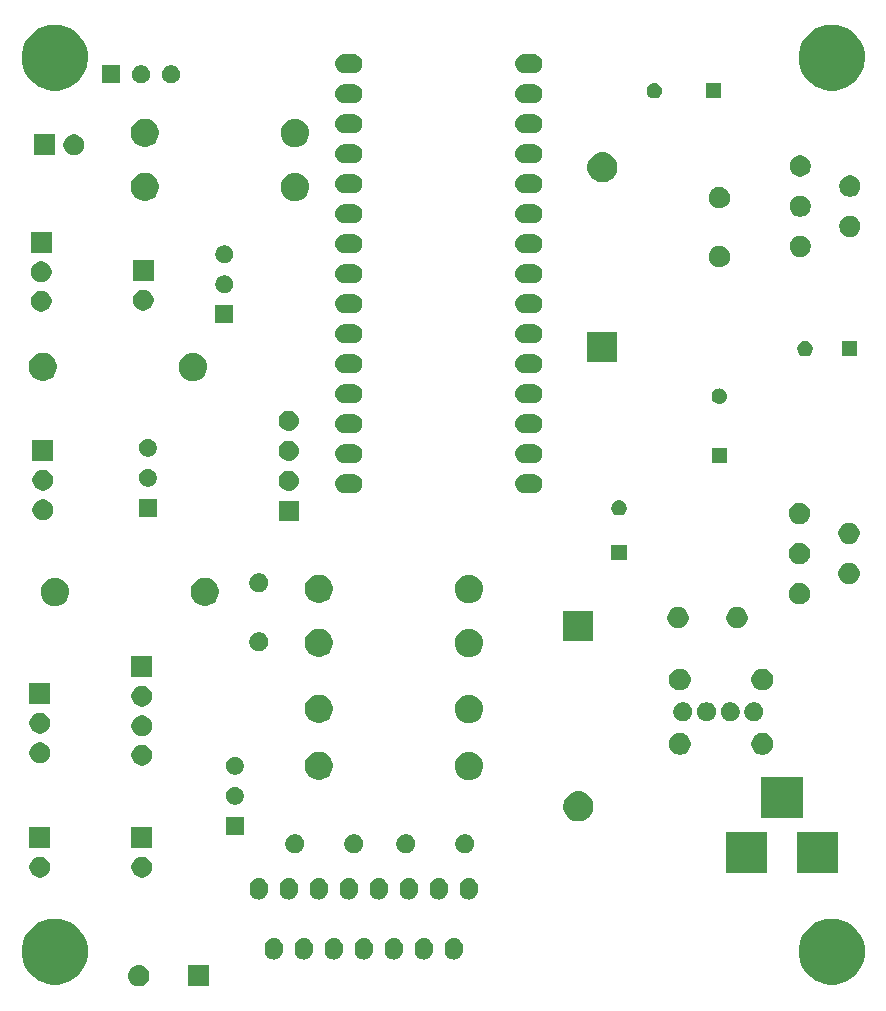
<source format=gbr>
G04 #@! TF.GenerationSoftware,KiCad,Pcbnew,5.0.2-bee76a0~70~ubuntu18.04.1*
G04 #@! TF.CreationDate,2019-05-27T22:26:56+02:00*
G04 #@! TF.ProjectId,flypi,666c7970-692e-46b6-9963-61645f706362,rev?*
G04 #@! TF.SameCoordinates,Original*
G04 #@! TF.FileFunction,Soldermask,Top*
G04 #@! TF.FilePolarity,Negative*
%FSLAX46Y46*%
G04 Gerber Fmt 4.6, Leading zero omitted, Abs format (unit mm)*
G04 Created by KiCad (PCBNEW 5.0.2-bee76a0~70~ubuntu18.04.1) date Mon 27 May 2019 22:26:56 CEST*
%MOMM*%
%LPD*%
G01*
G04 APERTURE LIST*
%ADD10C,0.100000*%
G04 APERTURE END LIST*
D10*
G36*
X123328000Y-132218000D02*
X121528000Y-132218000D01*
X121528000Y-130418000D01*
X123328000Y-130418000D01*
X123328000Y-132218000D01*
X123328000Y-132218000D01*
G37*
G36*
X117524432Y-130431022D02*
X117694081Y-130482485D01*
X117850433Y-130566056D01*
X117987475Y-130678525D01*
X118099944Y-130815567D01*
X118183515Y-130971919D01*
X118234978Y-131141568D01*
X118252354Y-131318000D01*
X118234978Y-131494432D01*
X118183515Y-131664081D01*
X118099944Y-131820433D01*
X117987475Y-131957475D01*
X117850433Y-132069944D01*
X117694081Y-132153515D01*
X117524432Y-132204978D01*
X117392211Y-132218000D01*
X117303789Y-132218000D01*
X117171568Y-132204978D01*
X117001919Y-132153515D01*
X116845567Y-132069944D01*
X116708525Y-131957475D01*
X116596056Y-131820433D01*
X116512485Y-131664081D01*
X116461022Y-131494432D01*
X116443646Y-131318000D01*
X116461022Y-131141568D01*
X116512485Y-130971919D01*
X116596056Y-130815567D01*
X116708525Y-130678525D01*
X116845567Y-130566056D01*
X117001919Y-130482485D01*
X117171568Y-130431022D01*
X117303789Y-130418000D01*
X117392211Y-130418000D01*
X117524432Y-130431022D01*
X117524432Y-130431022D01*
G37*
G36*
X176568253Y-126539801D02*
X176838730Y-126593602D01*
X177049799Y-126681030D01*
X177348296Y-126804671D01*
X177806899Y-127111100D01*
X178196900Y-127501101D01*
X178503329Y-127959704D01*
X178714398Y-128469271D01*
X178822000Y-129010223D01*
X178822000Y-129561777D01*
X178714398Y-130102729D01*
X178503329Y-130612296D01*
X178196900Y-131070899D01*
X177806899Y-131460900D01*
X177348296Y-131767329D01*
X177049799Y-131890970D01*
X176838730Y-131978398D01*
X176568253Y-132032199D01*
X176297777Y-132086000D01*
X175746223Y-132086000D01*
X175475747Y-132032199D01*
X175205270Y-131978398D01*
X174994201Y-131890970D01*
X174695704Y-131767329D01*
X174237101Y-131460900D01*
X173847100Y-131070899D01*
X173540671Y-130612296D01*
X173329602Y-130102729D01*
X173222000Y-129561777D01*
X173222000Y-129010223D01*
X173329602Y-128469271D01*
X173540671Y-127959704D01*
X173847100Y-127501101D01*
X174237101Y-127111100D01*
X174695704Y-126804671D01*
X174994201Y-126681030D01*
X175205270Y-126593602D01*
X175475747Y-126539801D01*
X175746223Y-126486000D01*
X176297777Y-126486000D01*
X176568253Y-126539801D01*
X176568253Y-126539801D01*
G37*
G36*
X110782253Y-126539801D02*
X111052730Y-126593602D01*
X111263799Y-126681030D01*
X111562296Y-126804671D01*
X112020899Y-127111100D01*
X112410900Y-127501101D01*
X112717329Y-127959704D01*
X112928398Y-128469271D01*
X113036000Y-129010223D01*
X113036000Y-129561777D01*
X112928398Y-130102729D01*
X112717329Y-130612296D01*
X112410900Y-131070899D01*
X112020899Y-131460900D01*
X111562296Y-131767329D01*
X111263799Y-131890970D01*
X111052730Y-131978398D01*
X110782253Y-132032199D01*
X110511777Y-132086000D01*
X109960223Y-132086000D01*
X109689747Y-132032199D01*
X109419270Y-131978398D01*
X109208201Y-131890970D01*
X108909704Y-131767329D01*
X108451101Y-131460900D01*
X108061100Y-131070899D01*
X107754671Y-130612296D01*
X107543602Y-130102729D01*
X107436000Y-129561777D01*
X107436000Y-129010223D01*
X107543602Y-128469271D01*
X107754671Y-127959704D01*
X108061100Y-127501101D01*
X108451101Y-127111100D01*
X108909704Y-126804671D01*
X109208201Y-126681030D01*
X109419270Y-126593602D01*
X109689747Y-126539801D01*
X109960223Y-126486000D01*
X110511777Y-126486000D01*
X110782253Y-126539801D01*
X110782253Y-126539801D01*
G37*
G36*
X128927378Y-128131026D02*
X129023136Y-128160074D01*
X129071016Y-128174598D01*
X129119299Y-128200406D01*
X129203392Y-128245355D01*
X129319422Y-128340578D01*
X129414645Y-128456608D01*
X129459594Y-128540701D01*
X129485402Y-128588984D01*
X129485402Y-128588985D01*
X129528974Y-128732623D01*
X129540000Y-128844575D01*
X129540000Y-129219426D01*
X129528974Y-129331378D01*
X129499926Y-129427136D01*
X129485402Y-129475016D01*
X129459594Y-129523299D01*
X129414645Y-129607392D01*
X129414643Y-129607394D01*
X129319425Y-129723419D01*
X129319423Y-129723420D01*
X129319422Y-129723422D01*
X129203391Y-129818645D01*
X129137203Y-129854023D01*
X129071015Y-129889402D01*
X129023135Y-129903926D01*
X128927377Y-129932974D01*
X128778000Y-129947686D01*
X128628622Y-129932974D01*
X128532864Y-129903926D01*
X128484984Y-129889402D01*
X128436701Y-129863594D01*
X128352608Y-129818645D01*
X128306196Y-129780556D01*
X128236581Y-129723425D01*
X128236580Y-129723423D01*
X128236578Y-129723422D01*
X128141355Y-129607391D01*
X128070599Y-129475016D01*
X128070598Y-129475015D01*
X128056074Y-129427135D01*
X128027026Y-129331377D01*
X128016000Y-129219425D01*
X128016000Y-128844574D01*
X128027026Y-128732622D01*
X128070598Y-128588985D01*
X128070598Y-128588984D01*
X128096406Y-128540701D01*
X128141355Y-128456608D01*
X128179444Y-128410196D01*
X128236575Y-128340581D01*
X128236577Y-128340580D01*
X128236578Y-128340578D01*
X128352609Y-128245355D01*
X128418797Y-128209977D01*
X128484985Y-128174598D01*
X128532865Y-128160074D01*
X128628623Y-128131026D01*
X128778000Y-128116314D01*
X128927378Y-128131026D01*
X128927378Y-128131026D01*
G37*
G36*
X136547378Y-128131026D02*
X136643136Y-128160074D01*
X136691016Y-128174598D01*
X136739299Y-128200406D01*
X136823392Y-128245355D01*
X136939422Y-128340578D01*
X137034645Y-128456608D01*
X137079594Y-128540701D01*
X137105402Y-128588984D01*
X137105402Y-128588985D01*
X137148974Y-128732623D01*
X137160000Y-128844575D01*
X137160000Y-129219426D01*
X137148974Y-129331378D01*
X137119926Y-129427136D01*
X137105402Y-129475016D01*
X137079594Y-129523299D01*
X137034645Y-129607392D01*
X137034643Y-129607394D01*
X136939425Y-129723419D01*
X136939423Y-129723420D01*
X136939422Y-129723422D01*
X136823391Y-129818645D01*
X136757203Y-129854023D01*
X136691015Y-129889402D01*
X136643135Y-129903926D01*
X136547377Y-129932974D01*
X136398000Y-129947686D01*
X136248622Y-129932974D01*
X136152864Y-129903926D01*
X136104984Y-129889402D01*
X136056701Y-129863594D01*
X135972608Y-129818645D01*
X135926196Y-129780556D01*
X135856581Y-129723425D01*
X135856580Y-129723423D01*
X135856578Y-129723422D01*
X135761355Y-129607391D01*
X135690599Y-129475016D01*
X135690598Y-129475015D01*
X135676074Y-129427135D01*
X135647026Y-129331377D01*
X135636000Y-129219425D01*
X135636000Y-128844574D01*
X135647026Y-128732622D01*
X135690598Y-128588985D01*
X135690598Y-128588984D01*
X135716406Y-128540701D01*
X135761355Y-128456608D01*
X135799444Y-128410196D01*
X135856575Y-128340581D01*
X135856577Y-128340580D01*
X135856578Y-128340578D01*
X135972609Y-128245355D01*
X136038797Y-128209977D01*
X136104985Y-128174598D01*
X136152865Y-128160074D01*
X136248623Y-128131026D01*
X136398000Y-128116314D01*
X136547378Y-128131026D01*
X136547378Y-128131026D01*
G37*
G36*
X144167378Y-128131026D02*
X144263136Y-128160074D01*
X144311016Y-128174598D01*
X144359299Y-128200406D01*
X144443392Y-128245355D01*
X144559422Y-128340578D01*
X144654645Y-128456608D01*
X144699594Y-128540701D01*
X144725402Y-128588984D01*
X144725402Y-128588985D01*
X144768974Y-128732623D01*
X144780000Y-128844575D01*
X144780000Y-129219426D01*
X144768974Y-129331378D01*
X144739926Y-129427136D01*
X144725402Y-129475016D01*
X144699594Y-129523299D01*
X144654645Y-129607392D01*
X144654643Y-129607394D01*
X144559425Y-129723419D01*
X144559423Y-129723420D01*
X144559422Y-129723422D01*
X144443391Y-129818645D01*
X144377203Y-129854023D01*
X144311015Y-129889402D01*
X144263135Y-129903926D01*
X144167377Y-129932974D01*
X144018000Y-129947686D01*
X143868622Y-129932974D01*
X143772864Y-129903926D01*
X143724984Y-129889402D01*
X143676701Y-129863594D01*
X143592608Y-129818645D01*
X143546196Y-129780556D01*
X143476581Y-129723425D01*
X143476580Y-129723423D01*
X143476578Y-129723422D01*
X143381355Y-129607391D01*
X143310599Y-129475016D01*
X143310598Y-129475015D01*
X143296074Y-129427135D01*
X143267026Y-129331377D01*
X143256000Y-129219425D01*
X143256000Y-128844574D01*
X143267026Y-128732622D01*
X143310598Y-128588985D01*
X143310598Y-128588984D01*
X143336406Y-128540701D01*
X143381355Y-128456608D01*
X143419444Y-128410196D01*
X143476575Y-128340581D01*
X143476577Y-128340580D01*
X143476578Y-128340578D01*
X143592609Y-128245355D01*
X143658797Y-128209977D01*
X143724985Y-128174598D01*
X143772865Y-128160074D01*
X143868623Y-128131026D01*
X144018000Y-128116314D01*
X144167378Y-128131026D01*
X144167378Y-128131026D01*
G37*
G36*
X141627378Y-128131026D02*
X141723136Y-128160074D01*
X141771016Y-128174598D01*
X141819299Y-128200406D01*
X141903392Y-128245355D01*
X142019422Y-128340578D01*
X142114645Y-128456608D01*
X142159594Y-128540701D01*
X142185402Y-128588984D01*
X142185402Y-128588985D01*
X142228974Y-128732623D01*
X142240000Y-128844575D01*
X142240000Y-129219426D01*
X142228974Y-129331378D01*
X142199926Y-129427136D01*
X142185402Y-129475016D01*
X142159594Y-129523299D01*
X142114645Y-129607392D01*
X142114643Y-129607394D01*
X142019425Y-129723419D01*
X142019423Y-129723420D01*
X142019422Y-129723422D01*
X141903391Y-129818645D01*
X141837203Y-129854023D01*
X141771015Y-129889402D01*
X141723135Y-129903926D01*
X141627377Y-129932974D01*
X141478000Y-129947686D01*
X141328622Y-129932974D01*
X141232864Y-129903926D01*
X141184984Y-129889402D01*
X141136701Y-129863594D01*
X141052608Y-129818645D01*
X141006196Y-129780556D01*
X140936581Y-129723425D01*
X140936580Y-129723423D01*
X140936578Y-129723422D01*
X140841355Y-129607391D01*
X140770599Y-129475016D01*
X140770598Y-129475015D01*
X140756074Y-129427135D01*
X140727026Y-129331377D01*
X140716000Y-129219425D01*
X140716000Y-128844574D01*
X140727026Y-128732622D01*
X140770598Y-128588985D01*
X140770598Y-128588984D01*
X140796406Y-128540701D01*
X140841355Y-128456608D01*
X140879444Y-128410196D01*
X140936575Y-128340581D01*
X140936577Y-128340580D01*
X140936578Y-128340578D01*
X141052609Y-128245355D01*
X141118797Y-128209977D01*
X141184985Y-128174598D01*
X141232865Y-128160074D01*
X141328623Y-128131026D01*
X141478000Y-128116314D01*
X141627378Y-128131026D01*
X141627378Y-128131026D01*
G37*
G36*
X139087378Y-128131026D02*
X139183136Y-128160074D01*
X139231016Y-128174598D01*
X139279299Y-128200406D01*
X139363392Y-128245355D01*
X139479422Y-128340578D01*
X139574645Y-128456608D01*
X139619594Y-128540701D01*
X139645402Y-128588984D01*
X139645402Y-128588985D01*
X139688974Y-128732623D01*
X139700000Y-128844575D01*
X139700000Y-129219426D01*
X139688974Y-129331378D01*
X139659926Y-129427136D01*
X139645402Y-129475016D01*
X139619594Y-129523299D01*
X139574645Y-129607392D01*
X139574643Y-129607394D01*
X139479425Y-129723419D01*
X139479423Y-129723420D01*
X139479422Y-129723422D01*
X139363391Y-129818645D01*
X139297203Y-129854023D01*
X139231015Y-129889402D01*
X139183135Y-129903926D01*
X139087377Y-129932974D01*
X138938000Y-129947686D01*
X138788622Y-129932974D01*
X138692864Y-129903926D01*
X138644984Y-129889402D01*
X138596701Y-129863594D01*
X138512608Y-129818645D01*
X138466196Y-129780556D01*
X138396581Y-129723425D01*
X138396580Y-129723423D01*
X138396578Y-129723422D01*
X138301355Y-129607391D01*
X138230599Y-129475016D01*
X138230598Y-129475015D01*
X138216074Y-129427135D01*
X138187026Y-129331377D01*
X138176000Y-129219425D01*
X138176000Y-128844574D01*
X138187026Y-128732622D01*
X138230598Y-128588985D01*
X138230598Y-128588984D01*
X138256406Y-128540701D01*
X138301355Y-128456608D01*
X138339444Y-128410196D01*
X138396575Y-128340581D01*
X138396577Y-128340580D01*
X138396578Y-128340578D01*
X138512609Y-128245355D01*
X138578797Y-128209977D01*
X138644985Y-128174598D01*
X138692865Y-128160074D01*
X138788623Y-128131026D01*
X138938000Y-128116314D01*
X139087378Y-128131026D01*
X139087378Y-128131026D01*
G37*
G36*
X134007378Y-128131026D02*
X134103136Y-128160074D01*
X134151016Y-128174598D01*
X134199299Y-128200406D01*
X134283392Y-128245355D01*
X134399422Y-128340578D01*
X134494645Y-128456608D01*
X134539594Y-128540701D01*
X134565402Y-128588984D01*
X134565402Y-128588985D01*
X134608974Y-128732623D01*
X134620000Y-128844575D01*
X134620000Y-129219426D01*
X134608974Y-129331378D01*
X134579926Y-129427136D01*
X134565402Y-129475016D01*
X134539594Y-129523299D01*
X134494645Y-129607392D01*
X134494643Y-129607394D01*
X134399425Y-129723419D01*
X134399423Y-129723420D01*
X134399422Y-129723422D01*
X134283391Y-129818645D01*
X134217203Y-129854023D01*
X134151015Y-129889402D01*
X134103135Y-129903926D01*
X134007377Y-129932974D01*
X133858000Y-129947686D01*
X133708622Y-129932974D01*
X133612864Y-129903926D01*
X133564984Y-129889402D01*
X133516701Y-129863594D01*
X133432608Y-129818645D01*
X133386196Y-129780556D01*
X133316581Y-129723425D01*
X133316580Y-129723423D01*
X133316578Y-129723422D01*
X133221355Y-129607391D01*
X133150599Y-129475016D01*
X133150598Y-129475015D01*
X133136074Y-129427135D01*
X133107026Y-129331377D01*
X133096000Y-129219425D01*
X133096000Y-128844574D01*
X133107026Y-128732622D01*
X133150598Y-128588985D01*
X133150598Y-128588984D01*
X133176406Y-128540701D01*
X133221355Y-128456608D01*
X133259444Y-128410196D01*
X133316575Y-128340581D01*
X133316577Y-128340580D01*
X133316578Y-128340578D01*
X133432609Y-128245355D01*
X133498797Y-128209977D01*
X133564985Y-128174598D01*
X133612865Y-128160074D01*
X133708623Y-128131026D01*
X133858000Y-128116314D01*
X134007378Y-128131026D01*
X134007378Y-128131026D01*
G37*
G36*
X131467378Y-128131026D02*
X131563136Y-128160074D01*
X131611016Y-128174598D01*
X131659299Y-128200406D01*
X131743392Y-128245355D01*
X131859422Y-128340578D01*
X131954645Y-128456608D01*
X131999594Y-128540701D01*
X132025402Y-128588984D01*
X132025402Y-128588985D01*
X132068974Y-128732623D01*
X132080000Y-128844575D01*
X132080000Y-129219426D01*
X132068974Y-129331378D01*
X132039926Y-129427136D01*
X132025402Y-129475016D01*
X131999594Y-129523299D01*
X131954645Y-129607392D01*
X131954643Y-129607394D01*
X131859425Y-129723419D01*
X131859423Y-129723420D01*
X131859422Y-129723422D01*
X131743391Y-129818645D01*
X131677203Y-129854023D01*
X131611015Y-129889402D01*
X131563135Y-129903926D01*
X131467377Y-129932974D01*
X131318000Y-129947686D01*
X131168622Y-129932974D01*
X131072864Y-129903926D01*
X131024984Y-129889402D01*
X130976701Y-129863594D01*
X130892608Y-129818645D01*
X130846196Y-129780556D01*
X130776581Y-129723425D01*
X130776580Y-129723423D01*
X130776578Y-129723422D01*
X130681355Y-129607391D01*
X130610599Y-129475016D01*
X130610598Y-129475015D01*
X130596074Y-129427135D01*
X130567026Y-129331377D01*
X130556000Y-129219425D01*
X130556000Y-128844574D01*
X130567026Y-128732622D01*
X130610598Y-128588985D01*
X130610598Y-128588984D01*
X130636406Y-128540701D01*
X130681355Y-128456608D01*
X130719444Y-128410196D01*
X130776575Y-128340581D01*
X130776577Y-128340580D01*
X130776578Y-128340578D01*
X130892609Y-128245355D01*
X130958797Y-128209977D01*
X131024985Y-128174598D01*
X131072865Y-128160074D01*
X131168623Y-128131026D01*
X131318000Y-128116314D01*
X131467378Y-128131026D01*
X131467378Y-128131026D01*
G37*
G36*
X132737378Y-123051026D02*
X132833136Y-123080074D01*
X132881016Y-123094598D01*
X132929299Y-123120406D01*
X133013392Y-123165355D01*
X133129422Y-123260578D01*
X133224645Y-123376608D01*
X133269594Y-123460701D01*
X133295402Y-123508984D01*
X133295402Y-123508985D01*
X133338974Y-123652623D01*
X133350000Y-123764575D01*
X133350000Y-124139426D01*
X133338974Y-124251378D01*
X133309926Y-124347136D01*
X133295402Y-124395016D01*
X133269594Y-124443299D01*
X133224645Y-124527392D01*
X133224643Y-124527394D01*
X133129425Y-124643419D01*
X133129423Y-124643420D01*
X133129422Y-124643422D01*
X133013391Y-124738645D01*
X132947203Y-124774023D01*
X132881015Y-124809402D01*
X132833135Y-124823926D01*
X132737377Y-124852974D01*
X132588000Y-124867686D01*
X132438622Y-124852974D01*
X132342864Y-124823926D01*
X132294984Y-124809402D01*
X132246701Y-124783594D01*
X132162608Y-124738645D01*
X132116196Y-124700556D01*
X132046581Y-124643425D01*
X132046580Y-124643423D01*
X132046578Y-124643422D01*
X131951355Y-124527391D01*
X131880599Y-124395016D01*
X131880598Y-124395015D01*
X131866074Y-124347135D01*
X131837026Y-124251377D01*
X131826000Y-124139425D01*
X131826000Y-123764574D01*
X131837026Y-123652622D01*
X131880598Y-123508985D01*
X131880598Y-123508984D01*
X131906406Y-123460701D01*
X131951355Y-123376608D01*
X131989444Y-123330196D01*
X132046575Y-123260581D01*
X132046577Y-123260580D01*
X132046578Y-123260578D01*
X132162609Y-123165355D01*
X132228798Y-123129976D01*
X132294985Y-123094598D01*
X132342865Y-123080074D01*
X132438623Y-123051026D01*
X132588000Y-123036314D01*
X132737378Y-123051026D01*
X132737378Y-123051026D01*
G37*
G36*
X142897378Y-123051026D02*
X142993136Y-123080074D01*
X143041016Y-123094598D01*
X143089299Y-123120406D01*
X143173392Y-123165355D01*
X143289422Y-123260578D01*
X143384645Y-123376608D01*
X143429594Y-123460701D01*
X143455402Y-123508984D01*
X143455402Y-123508985D01*
X143498974Y-123652623D01*
X143510000Y-123764575D01*
X143510000Y-124139426D01*
X143498974Y-124251378D01*
X143469926Y-124347136D01*
X143455402Y-124395016D01*
X143429594Y-124443299D01*
X143384645Y-124527392D01*
X143384643Y-124527394D01*
X143289425Y-124643419D01*
X143289423Y-124643420D01*
X143289422Y-124643422D01*
X143173391Y-124738645D01*
X143107203Y-124774023D01*
X143041015Y-124809402D01*
X142993135Y-124823926D01*
X142897377Y-124852974D01*
X142748000Y-124867686D01*
X142598622Y-124852974D01*
X142502864Y-124823926D01*
X142454984Y-124809402D01*
X142406701Y-124783594D01*
X142322608Y-124738645D01*
X142276196Y-124700556D01*
X142206581Y-124643425D01*
X142206580Y-124643423D01*
X142206578Y-124643422D01*
X142111355Y-124527391D01*
X142040599Y-124395016D01*
X142040598Y-124395015D01*
X142026074Y-124347135D01*
X141997026Y-124251377D01*
X141986000Y-124139425D01*
X141986000Y-123764574D01*
X141997026Y-123652622D01*
X142040598Y-123508985D01*
X142040598Y-123508984D01*
X142066406Y-123460701D01*
X142111355Y-123376608D01*
X142149444Y-123330196D01*
X142206575Y-123260581D01*
X142206577Y-123260580D01*
X142206578Y-123260578D01*
X142322609Y-123165355D01*
X142388798Y-123129976D01*
X142454985Y-123094598D01*
X142502865Y-123080074D01*
X142598623Y-123051026D01*
X142748000Y-123036314D01*
X142897378Y-123051026D01*
X142897378Y-123051026D01*
G37*
G36*
X145437378Y-123051026D02*
X145533136Y-123080074D01*
X145581016Y-123094598D01*
X145629299Y-123120406D01*
X145713392Y-123165355D01*
X145829422Y-123260578D01*
X145924645Y-123376608D01*
X145969594Y-123460701D01*
X145995402Y-123508984D01*
X145995402Y-123508985D01*
X146038974Y-123652623D01*
X146050000Y-123764575D01*
X146050000Y-124139426D01*
X146038974Y-124251378D01*
X146009926Y-124347136D01*
X145995402Y-124395016D01*
X145969594Y-124443299D01*
X145924645Y-124527392D01*
X145924643Y-124527394D01*
X145829425Y-124643419D01*
X145829423Y-124643420D01*
X145829422Y-124643422D01*
X145713391Y-124738645D01*
X145647203Y-124774023D01*
X145581015Y-124809402D01*
X145533135Y-124823926D01*
X145437377Y-124852974D01*
X145288000Y-124867686D01*
X145138622Y-124852974D01*
X145042864Y-124823926D01*
X144994984Y-124809402D01*
X144946701Y-124783594D01*
X144862608Y-124738645D01*
X144816196Y-124700556D01*
X144746581Y-124643425D01*
X144746580Y-124643423D01*
X144746578Y-124643422D01*
X144651355Y-124527391D01*
X144580599Y-124395016D01*
X144580598Y-124395015D01*
X144566074Y-124347135D01*
X144537026Y-124251377D01*
X144526000Y-124139425D01*
X144526000Y-123764574D01*
X144537026Y-123652622D01*
X144580598Y-123508985D01*
X144580598Y-123508984D01*
X144606406Y-123460701D01*
X144651355Y-123376608D01*
X144689444Y-123330196D01*
X144746575Y-123260581D01*
X144746577Y-123260580D01*
X144746578Y-123260578D01*
X144862609Y-123165355D01*
X144928798Y-123129976D01*
X144994985Y-123094598D01*
X145042865Y-123080074D01*
X145138623Y-123051026D01*
X145288000Y-123036314D01*
X145437378Y-123051026D01*
X145437378Y-123051026D01*
G37*
G36*
X140357378Y-123051026D02*
X140453136Y-123080074D01*
X140501016Y-123094598D01*
X140549299Y-123120406D01*
X140633392Y-123165355D01*
X140749422Y-123260578D01*
X140844645Y-123376608D01*
X140889594Y-123460701D01*
X140915402Y-123508984D01*
X140915402Y-123508985D01*
X140958974Y-123652623D01*
X140970000Y-123764575D01*
X140970000Y-124139426D01*
X140958974Y-124251378D01*
X140929926Y-124347136D01*
X140915402Y-124395016D01*
X140889594Y-124443299D01*
X140844645Y-124527392D01*
X140844643Y-124527394D01*
X140749425Y-124643419D01*
X140749423Y-124643420D01*
X140749422Y-124643422D01*
X140633391Y-124738645D01*
X140567203Y-124774023D01*
X140501015Y-124809402D01*
X140453135Y-124823926D01*
X140357377Y-124852974D01*
X140208000Y-124867686D01*
X140058622Y-124852974D01*
X139962864Y-124823926D01*
X139914984Y-124809402D01*
X139866701Y-124783594D01*
X139782608Y-124738645D01*
X139736196Y-124700556D01*
X139666581Y-124643425D01*
X139666580Y-124643423D01*
X139666578Y-124643422D01*
X139571355Y-124527391D01*
X139500599Y-124395016D01*
X139500598Y-124395015D01*
X139486074Y-124347135D01*
X139457026Y-124251377D01*
X139446000Y-124139425D01*
X139446000Y-123764574D01*
X139457026Y-123652622D01*
X139500598Y-123508985D01*
X139500598Y-123508984D01*
X139526406Y-123460701D01*
X139571355Y-123376608D01*
X139609444Y-123330196D01*
X139666575Y-123260581D01*
X139666577Y-123260580D01*
X139666578Y-123260578D01*
X139782609Y-123165355D01*
X139848798Y-123129976D01*
X139914985Y-123094598D01*
X139962865Y-123080074D01*
X140058623Y-123051026D01*
X140208000Y-123036314D01*
X140357378Y-123051026D01*
X140357378Y-123051026D01*
G37*
G36*
X137817378Y-123051026D02*
X137913136Y-123080074D01*
X137961016Y-123094598D01*
X138009299Y-123120406D01*
X138093392Y-123165355D01*
X138209422Y-123260578D01*
X138304645Y-123376608D01*
X138349594Y-123460701D01*
X138375402Y-123508984D01*
X138375402Y-123508985D01*
X138418974Y-123652623D01*
X138430000Y-123764575D01*
X138430000Y-124139426D01*
X138418974Y-124251378D01*
X138389926Y-124347136D01*
X138375402Y-124395016D01*
X138349594Y-124443299D01*
X138304645Y-124527392D01*
X138304643Y-124527394D01*
X138209425Y-124643419D01*
X138209423Y-124643420D01*
X138209422Y-124643422D01*
X138093391Y-124738645D01*
X138027203Y-124774023D01*
X137961015Y-124809402D01*
X137913135Y-124823926D01*
X137817377Y-124852974D01*
X137668000Y-124867686D01*
X137518622Y-124852974D01*
X137422864Y-124823926D01*
X137374984Y-124809402D01*
X137326701Y-124783594D01*
X137242608Y-124738645D01*
X137196196Y-124700556D01*
X137126581Y-124643425D01*
X137126580Y-124643423D01*
X137126578Y-124643422D01*
X137031355Y-124527391D01*
X136960599Y-124395016D01*
X136960598Y-124395015D01*
X136946074Y-124347135D01*
X136917026Y-124251377D01*
X136906000Y-124139425D01*
X136906000Y-123764574D01*
X136917026Y-123652622D01*
X136960598Y-123508985D01*
X136960598Y-123508984D01*
X136986406Y-123460701D01*
X137031355Y-123376608D01*
X137069444Y-123330196D01*
X137126575Y-123260581D01*
X137126577Y-123260580D01*
X137126578Y-123260578D01*
X137242609Y-123165355D01*
X137308798Y-123129976D01*
X137374985Y-123094598D01*
X137422865Y-123080074D01*
X137518623Y-123051026D01*
X137668000Y-123036314D01*
X137817378Y-123051026D01*
X137817378Y-123051026D01*
G37*
G36*
X135277378Y-123051026D02*
X135373136Y-123080074D01*
X135421016Y-123094598D01*
X135469299Y-123120406D01*
X135553392Y-123165355D01*
X135669422Y-123260578D01*
X135764645Y-123376608D01*
X135809594Y-123460701D01*
X135835402Y-123508984D01*
X135835402Y-123508985D01*
X135878974Y-123652623D01*
X135890000Y-123764575D01*
X135890000Y-124139426D01*
X135878974Y-124251378D01*
X135849926Y-124347136D01*
X135835402Y-124395016D01*
X135809594Y-124443299D01*
X135764645Y-124527392D01*
X135764643Y-124527394D01*
X135669425Y-124643419D01*
X135669423Y-124643420D01*
X135669422Y-124643422D01*
X135553391Y-124738645D01*
X135487203Y-124774023D01*
X135421015Y-124809402D01*
X135373135Y-124823926D01*
X135277377Y-124852974D01*
X135128000Y-124867686D01*
X134978622Y-124852974D01*
X134882864Y-124823926D01*
X134834984Y-124809402D01*
X134786701Y-124783594D01*
X134702608Y-124738645D01*
X134656196Y-124700556D01*
X134586581Y-124643425D01*
X134586580Y-124643423D01*
X134586578Y-124643422D01*
X134491355Y-124527391D01*
X134420599Y-124395016D01*
X134420598Y-124395015D01*
X134406074Y-124347135D01*
X134377026Y-124251377D01*
X134366000Y-124139425D01*
X134366000Y-123764574D01*
X134377026Y-123652622D01*
X134420598Y-123508985D01*
X134420598Y-123508984D01*
X134446406Y-123460701D01*
X134491355Y-123376608D01*
X134529444Y-123330196D01*
X134586575Y-123260581D01*
X134586577Y-123260580D01*
X134586578Y-123260578D01*
X134702609Y-123165355D01*
X134768798Y-123129976D01*
X134834985Y-123094598D01*
X134882865Y-123080074D01*
X134978623Y-123051026D01*
X135128000Y-123036314D01*
X135277378Y-123051026D01*
X135277378Y-123051026D01*
G37*
G36*
X130197378Y-123051026D02*
X130293136Y-123080074D01*
X130341016Y-123094598D01*
X130389299Y-123120406D01*
X130473392Y-123165355D01*
X130589422Y-123260578D01*
X130684645Y-123376608D01*
X130729594Y-123460701D01*
X130755402Y-123508984D01*
X130755402Y-123508985D01*
X130798974Y-123652623D01*
X130810000Y-123764575D01*
X130810000Y-124139426D01*
X130798974Y-124251378D01*
X130769926Y-124347136D01*
X130755402Y-124395016D01*
X130729594Y-124443299D01*
X130684645Y-124527392D01*
X130684643Y-124527394D01*
X130589425Y-124643419D01*
X130589423Y-124643420D01*
X130589422Y-124643422D01*
X130473391Y-124738645D01*
X130407203Y-124774023D01*
X130341015Y-124809402D01*
X130293135Y-124823926D01*
X130197377Y-124852974D01*
X130048000Y-124867686D01*
X129898622Y-124852974D01*
X129802864Y-124823926D01*
X129754984Y-124809402D01*
X129706701Y-124783594D01*
X129622608Y-124738645D01*
X129576196Y-124700556D01*
X129506581Y-124643425D01*
X129506580Y-124643423D01*
X129506578Y-124643422D01*
X129411355Y-124527391D01*
X129340599Y-124395016D01*
X129340598Y-124395015D01*
X129326074Y-124347135D01*
X129297026Y-124251377D01*
X129286000Y-124139425D01*
X129286000Y-123764574D01*
X129297026Y-123652622D01*
X129340598Y-123508985D01*
X129340598Y-123508984D01*
X129366406Y-123460701D01*
X129411355Y-123376608D01*
X129449444Y-123330196D01*
X129506575Y-123260581D01*
X129506577Y-123260580D01*
X129506578Y-123260578D01*
X129622609Y-123165355D01*
X129688798Y-123129976D01*
X129754985Y-123094598D01*
X129802865Y-123080074D01*
X129898623Y-123051026D01*
X130048000Y-123036314D01*
X130197378Y-123051026D01*
X130197378Y-123051026D01*
G37*
G36*
X127657378Y-123051026D02*
X127753136Y-123080074D01*
X127801016Y-123094598D01*
X127849299Y-123120406D01*
X127933392Y-123165355D01*
X128049422Y-123260578D01*
X128144645Y-123376608D01*
X128189594Y-123460701D01*
X128215402Y-123508984D01*
X128215402Y-123508985D01*
X128258974Y-123652623D01*
X128270000Y-123764575D01*
X128270000Y-124139426D01*
X128258974Y-124251378D01*
X128229926Y-124347136D01*
X128215402Y-124395016D01*
X128189594Y-124443299D01*
X128144645Y-124527392D01*
X128144643Y-124527394D01*
X128049425Y-124643419D01*
X128049423Y-124643420D01*
X128049422Y-124643422D01*
X127933391Y-124738645D01*
X127867203Y-124774023D01*
X127801015Y-124809402D01*
X127753135Y-124823926D01*
X127657377Y-124852974D01*
X127508000Y-124867686D01*
X127358622Y-124852974D01*
X127262864Y-124823926D01*
X127214984Y-124809402D01*
X127166701Y-124783594D01*
X127082608Y-124738645D01*
X127036196Y-124700556D01*
X126966581Y-124643425D01*
X126966580Y-124643423D01*
X126966578Y-124643422D01*
X126871355Y-124527391D01*
X126800599Y-124395016D01*
X126800598Y-124395015D01*
X126786074Y-124347135D01*
X126757026Y-124251377D01*
X126746000Y-124139425D01*
X126746000Y-123764574D01*
X126757026Y-123652622D01*
X126800598Y-123508985D01*
X126800598Y-123508984D01*
X126826406Y-123460701D01*
X126871355Y-123376608D01*
X126909444Y-123330196D01*
X126966575Y-123260581D01*
X126966577Y-123260580D01*
X126966578Y-123260578D01*
X127082609Y-123165355D01*
X127148798Y-123129976D01*
X127214985Y-123094598D01*
X127262865Y-123080074D01*
X127358623Y-123051026D01*
X127508000Y-123036314D01*
X127657378Y-123051026D01*
X127657378Y-123051026D01*
G37*
G36*
X117857228Y-121292625D02*
X118016467Y-121358584D01*
X118159783Y-121454345D01*
X118281655Y-121576217D01*
X118377416Y-121719533D01*
X118443375Y-121878772D01*
X118477000Y-122047819D01*
X118477000Y-122220181D01*
X118443375Y-122389228D01*
X118377416Y-122548467D01*
X118281655Y-122691783D01*
X118159783Y-122813655D01*
X118016467Y-122909416D01*
X117857228Y-122975375D01*
X117688181Y-123009000D01*
X117515819Y-123009000D01*
X117346772Y-122975375D01*
X117187533Y-122909416D01*
X117044217Y-122813655D01*
X116922345Y-122691783D01*
X116826584Y-122548467D01*
X116760625Y-122389228D01*
X116727000Y-122220181D01*
X116727000Y-122047819D01*
X116760625Y-121878772D01*
X116826584Y-121719533D01*
X116922345Y-121576217D01*
X117044217Y-121454345D01*
X117187533Y-121358584D01*
X117346772Y-121292625D01*
X117515819Y-121259000D01*
X117688181Y-121259000D01*
X117857228Y-121292625D01*
X117857228Y-121292625D01*
G37*
G36*
X109221228Y-121292625D02*
X109380467Y-121358584D01*
X109523783Y-121454345D01*
X109645655Y-121576217D01*
X109741416Y-121719533D01*
X109807375Y-121878772D01*
X109841000Y-122047819D01*
X109841000Y-122220181D01*
X109807375Y-122389228D01*
X109741416Y-122548467D01*
X109645655Y-122691783D01*
X109523783Y-122813655D01*
X109380467Y-122909416D01*
X109221228Y-122975375D01*
X109052181Y-123009000D01*
X108879819Y-123009000D01*
X108710772Y-122975375D01*
X108551533Y-122909416D01*
X108408217Y-122813655D01*
X108286345Y-122691783D01*
X108190584Y-122548467D01*
X108124625Y-122389228D01*
X108091000Y-122220181D01*
X108091000Y-122047819D01*
X108124625Y-121878772D01*
X108190584Y-121719533D01*
X108286345Y-121576217D01*
X108408217Y-121454345D01*
X108551533Y-121358584D01*
X108710772Y-121292625D01*
X108879819Y-121259000D01*
X109052181Y-121259000D01*
X109221228Y-121292625D01*
X109221228Y-121292625D01*
G37*
G36*
X170555920Y-122654060D02*
X167055800Y-122654060D01*
X167055800Y-119153940D01*
X170555920Y-119153940D01*
X170555920Y-122654060D01*
X170555920Y-122654060D01*
G37*
G36*
X176555400Y-122654060D02*
X173055280Y-122654060D01*
X173055280Y-119153940D01*
X176555400Y-119153940D01*
X176555400Y-122654060D01*
X176555400Y-122654060D01*
G37*
G36*
X135789352Y-119372743D02*
X135934941Y-119433048D01*
X136065973Y-119520601D01*
X136177399Y-119632027D01*
X136264952Y-119763059D01*
X136325257Y-119908648D01*
X136356000Y-120063205D01*
X136356000Y-120220795D01*
X136325257Y-120375352D01*
X136264952Y-120520941D01*
X136177399Y-120651973D01*
X136065973Y-120763399D01*
X135934941Y-120850952D01*
X135789352Y-120911257D01*
X135634795Y-120942000D01*
X135477205Y-120942000D01*
X135322648Y-120911257D01*
X135177059Y-120850952D01*
X135046027Y-120763399D01*
X134934601Y-120651973D01*
X134847048Y-120520941D01*
X134786743Y-120375352D01*
X134756000Y-120220795D01*
X134756000Y-120063205D01*
X134786743Y-119908648D01*
X134847048Y-119763059D01*
X134934601Y-119632027D01*
X135046027Y-119520601D01*
X135177059Y-119433048D01*
X135322648Y-119372743D01*
X135477205Y-119342000D01*
X135634795Y-119342000D01*
X135789352Y-119372743D01*
X135789352Y-119372743D01*
G37*
G36*
X130789352Y-119372743D02*
X130934941Y-119433048D01*
X131065973Y-119520601D01*
X131177399Y-119632027D01*
X131264952Y-119763059D01*
X131325257Y-119908648D01*
X131356000Y-120063205D01*
X131356000Y-120220795D01*
X131325257Y-120375352D01*
X131264952Y-120520941D01*
X131177399Y-120651973D01*
X131065973Y-120763399D01*
X130934941Y-120850952D01*
X130789352Y-120911257D01*
X130634795Y-120942000D01*
X130477205Y-120942000D01*
X130322648Y-120911257D01*
X130177059Y-120850952D01*
X130046027Y-120763399D01*
X129934601Y-120651973D01*
X129847048Y-120520941D01*
X129786743Y-120375352D01*
X129756000Y-120220795D01*
X129756000Y-120063205D01*
X129786743Y-119908648D01*
X129847048Y-119763059D01*
X129934601Y-119632027D01*
X130046027Y-119520601D01*
X130177059Y-119433048D01*
X130322648Y-119372743D01*
X130477205Y-119342000D01*
X130634795Y-119342000D01*
X130789352Y-119372743D01*
X130789352Y-119372743D01*
G37*
G36*
X140187352Y-119372743D02*
X140332941Y-119433048D01*
X140463973Y-119520601D01*
X140575399Y-119632027D01*
X140662952Y-119763059D01*
X140723257Y-119908648D01*
X140754000Y-120063205D01*
X140754000Y-120220795D01*
X140723257Y-120375352D01*
X140662952Y-120520941D01*
X140575399Y-120651973D01*
X140463973Y-120763399D01*
X140332941Y-120850952D01*
X140187352Y-120911257D01*
X140032795Y-120942000D01*
X139875205Y-120942000D01*
X139720648Y-120911257D01*
X139575059Y-120850952D01*
X139444027Y-120763399D01*
X139332601Y-120651973D01*
X139245048Y-120520941D01*
X139184743Y-120375352D01*
X139154000Y-120220795D01*
X139154000Y-120063205D01*
X139184743Y-119908648D01*
X139245048Y-119763059D01*
X139332601Y-119632027D01*
X139444027Y-119520601D01*
X139575059Y-119433048D01*
X139720648Y-119372743D01*
X139875205Y-119342000D01*
X140032795Y-119342000D01*
X140187352Y-119372743D01*
X140187352Y-119372743D01*
G37*
G36*
X145187352Y-119372743D02*
X145332941Y-119433048D01*
X145463973Y-119520601D01*
X145575399Y-119632027D01*
X145662952Y-119763059D01*
X145723257Y-119908648D01*
X145754000Y-120063205D01*
X145754000Y-120220795D01*
X145723257Y-120375352D01*
X145662952Y-120520941D01*
X145575399Y-120651973D01*
X145463973Y-120763399D01*
X145332941Y-120850952D01*
X145187352Y-120911257D01*
X145032795Y-120942000D01*
X144875205Y-120942000D01*
X144720648Y-120911257D01*
X144575059Y-120850952D01*
X144444027Y-120763399D01*
X144332601Y-120651973D01*
X144245048Y-120520941D01*
X144184743Y-120375352D01*
X144154000Y-120220795D01*
X144154000Y-120063205D01*
X144184743Y-119908648D01*
X144245048Y-119763059D01*
X144332601Y-119632027D01*
X144444027Y-119520601D01*
X144575059Y-119433048D01*
X144720648Y-119372743D01*
X144875205Y-119342000D01*
X145032795Y-119342000D01*
X145187352Y-119372743D01*
X145187352Y-119372743D01*
G37*
G36*
X118477000Y-120509000D02*
X116727000Y-120509000D01*
X116727000Y-118759000D01*
X118477000Y-118759000D01*
X118477000Y-120509000D01*
X118477000Y-120509000D01*
G37*
G36*
X109841000Y-120509000D02*
X108091000Y-120509000D01*
X108091000Y-118759000D01*
X109841000Y-118759000D01*
X109841000Y-120509000D01*
X109841000Y-120509000D01*
G37*
G36*
X126236000Y-119378000D02*
X124716000Y-119378000D01*
X124716000Y-117858000D01*
X126236000Y-117858000D01*
X126236000Y-119378000D01*
X126236000Y-119378000D01*
G37*
G36*
X154786511Y-115718005D02*
X154932405Y-115747025D01*
X155163531Y-115842761D01*
X155371541Y-115981749D01*
X155548431Y-116158639D01*
X155548433Y-116158642D01*
X155687419Y-116366649D01*
X155783155Y-116597775D01*
X155797189Y-116668330D01*
X155830939Y-116838000D01*
X155831960Y-116843136D01*
X155831960Y-117093304D01*
X155783155Y-117338665D01*
X155687419Y-117569791D01*
X155548431Y-117777801D01*
X155371541Y-117954691D01*
X155371538Y-117954693D01*
X155163531Y-118093679D01*
X154932405Y-118189415D01*
X154809724Y-118213818D01*
X154687046Y-118238220D01*
X154436874Y-118238220D01*
X154314196Y-118213818D01*
X154191515Y-118189415D01*
X153960389Y-118093679D01*
X153752382Y-117954693D01*
X153752379Y-117954691D01*
X153575489Y-117777801D01*
X153436501Y-117569791D01*
X153340765Y-117338665D01*
X153291960Y-117093304D01*
X153291960Y-116843136D01*
X153292982Y-116838000D01*
X153326731Y-116668330D01*
X153340765Y-116597775D01*
X153436501Y-116366649D01*
X153575487Y-116158642D01*
X153575489Y-116158639D01*
X153752379Y-115981749D01*
X153960389Y-115842761D01*
X154191515Y-115747025D01*
X154337409Y-115718005D01*
X154436874Y-115698220D01*
X154687046Y-115698220D01*
X154786511Y-115718005D01*
X154786511Y-115718005D01*
G37*
G36*
X173555660Y-117955060D02*
X170055540Y-117955060D01*
X170055540Y-114454940D01*
X173555660Y-114454940D01*
X173555660Y-117955060D01*
X173555660Y-117955060D01*
G37*
G36*
X125697683Y-115347206D02*
X125835992Y-115404495D01*
X125960476Y-115487673D01*
X126066327Y-115593524D01*
X126149505Y-115718008D01*
X126206794Y-115856317D01*
X126236000Y-116003145D01*
X126236000Y-116152855D01*
X126206794Y-116299683D01*
X126149505Y-116437992D01*
X126066327Y-116562476D01*
X125960476Y-116668327D01*
X125835992Y-116751505D01*
X125697683Y-116808794D01*
X125550855Y-116838000D01*
X125401145Y-116838000D01*
X125254317Y-116808794D01*
X125116008Y-116751505D01*
X124991524Y-116668327D01*
X124885673Y-116562476D01*
X124802495Y-116437992D01*
X124745206Y-116299683D01*
X124716000Y-116152855D01*
X124716000Y-116003145D01*
X124745206Y-115856317D01*
X124802495Y-115718008D01*
X124885673Y-115593524D01*
X124991524Y-115487673D01*
X125116008Y-115404495D01*
X125254317Y-115347206D01*
X125401145Y-115318000D01*
X125550855Y-115318000D01*
X125697683Y-115347206D01*
X125697683Y-115347206D01*
G37*
G36*
X145382208Y-112341473D02*
X145523241Y-112355363D01*
X145749442Y-112423981D01*
X145749444Y-112423982D01*
X145749447Y-112423983D01*
X145957910Y-112535408D01*
X146140634Y-112685366D01*
X146290592Y-112868090D01*
X146402017Y-113076553D01*
X146402018Y-113076556D01*
X146402019Y-113076558D01*
X146470637Y-113302759D01*
X146493806Y-113538000D01*
X146470637Y-113773241D01*
X146402019Y-113999442D01*
X146402017Y-113999447D01*
X146290592Y-114207910D01*
X146140634Y-114390634D01*
X145957910Y-114540592D01*
X145749447Y-114652017D01*
X145749444Y-114652018D01*
X145749442Y-114652019D01*
X145523241Y-114720637D01*
X145382208Y-114734527D01*
X145346951Y-114738000D01*
X145229049Y-114738000D01*
X145193792Y-114734527D01*
X145052759Y-114720637D01*
X144826558Y-114652019D01*
X144826556Y-114652018D01*
X144826553Y-114652017D01*
X144618090Y-114540592D01*
X144435366Y-114390634D01*
X144285408Y-114207910D01*
X144173983Y-113999447D01*
X144173981Y-113999442D01*
X144105363Y-113773241D01*
X144082194Y-113538000D01*
X144105363Y-113302759D01*
X144173981Y-113076558D01*
X144173982Y-113076556D01*
X144173983Y-113076553D01*
X144285408Y-112868090D01*
X144435366Y-112685366D01*
X144618090Y-112535408D01*
X144826553Y-112423983D01*
X144826556Y-112423982D01*
X144826558Y-112423981D01*
X145052759Y-112355363D01*
X145193792Y-112341473D01*
X145229049Y-112338000D01*
X145346951Y-112338000D01*
X145382208Y-112341473D01*
X145382208Y-112341473D01*
G37*
G36*
X132938026Y-112384115D02*
X133156412Y-112474573D01*
X133352958Y-112605901D01*
X133520099Y-112773042D01*
X133651427Y-112969588D01*
X133741885Y-113187974D01*
X133788000Y-113419809D01*
X133788000Y-113656191D01*
X133741885Y-113888026D01*
X133651427Y-114106412D01*
X133520099Y-114302958D01*
X133352958Y-114470099D01*
X133156412Y-114601427D01*
X132938026Y-114691885D01*
X132706191Y-114738000D01*
X132469809Y-114738000D01*
X132237974Y-114691885D01*
X132019588Y-114601427D01*
X131823042Y-114470099D01*
X131655901Y-114302958D01*
X131524573Y-114106412D01*
X131434115Y-113888026D01*
X131388000Y-113656191D01*
X131388000Y-113419809D01*
X131434115Y-113187974D01*
X131524573Y-112969588D01*
X131655901Y-112773042D01*
X131823042Y-112605901D01*
X132019588Y-112474573D01*
X132237974Y-112384115D01*
X132469809Y-112338000D01*
X132706191Y-112338000D01*
X132938026Y-112384115D01*
X132938026Y-112384115D01*
G37*
G36*
X125697683Y-112807206D02*
X125835992Y-112864495D01*
X125835995Y-112864497D01*
X125905933Y-112911228D01*
X125960476Y-112947673D01*
X126066327Y-113053524D01*
X126149505Y-113178008D01*
X126206794Y-113316317D01*
X126236000Y-113463145D01*
X126236000Y-113612855D01*
X126206794Y-113759683D01*
X126149505Y-113897992D01*
X126066327Y-114022476D01*
X125960476Y-114128327D01*
X125835992Y-114211505D01*
X125697683Y-114268794D01*
X125550855Y-114298000D01*
X125401145Y-114298000D01*
X125254317Y-114268794D01*
X125116008Y-114211505D01*
X124991524Y-114128327D01*
X124885673Y-114022476D01*
X124802495Y-113897992D01*
X124745206Y-113759683D01*
X124716000Y-113612855D01*
X124716000Y-113463145D01*
X124745206Y-113316317D01*
X124802495Y-113178008D01*
X124885673Y-113053524D01*
X124991524Y-112947673D01*
X125046068Y-112911228D01*
X125116005Y-112864497D01*
X125116008Y-112864495D01*
X125254317Y-112807206D01*
X125401145Y-112778000D01*
X125550855Y-112778000D01*
X125697683Y-112807206D01*
X125697683Y-112807206D01*
G37*
G36*
X117857228Y-111814625D02*
X118016467Y-111880584D01*
X118159783Y-111976345D01*
X118281655Y-112098217D01*
X118377416Y-112241533D01*
X118443375Y-112400772D01*
X118477000Y-112569819D01*
X118477000Y-112742181D01*
X118443375Y-112911228D01*
X118377416Y-113070467D01*
X118281655Y-113213783D01*
X118159783Y-113335655D01*
X118016467Y-113431416D01*
X117857228Y-113497375D01*
X117688181Y-113531000D01*
X117515819Y-113531000D01*
X117346772Y-113497375D01*
X117187533Y-113431416D01*
X117044217Y-113335655D01*
X116922345Y-113213783D01*
X116826584Y-113070467D01*
X116760625Y-112911228D01*
X116727000Y-112742181D01*
X116727000Y-112569819D01*
X116760625Y-112400772D01*
X116826584Y-112241533D01*
X116922345Y-112098217D01*
X117044217Y-111976345D01*
X117187533Y-111880584D01*
X117346772Y-111814625D01*
X117515819Y-111781000D01*
X117688181Y-111781000D01*
X117857228Y-111814625D01*
X117857228Y-111814625D01*
G37*
G36*
X109221228Y-111600625D02*
X109380467Y-111666584D01*
X109523783Y-111762345D01*
X109645655Y-111884217D01*
X109741416Y-112027533D01*
X109807375Y-112186772D01*
X109841000Y-112355819D01*
X109841000Y-112528181D01*
X109807375Y-112697228D01*
X109741416Y-112856467D01*
X109645655Y-112999783D01*
X109523783Y-113121655D01*
X109380467Y-113217416D01*
X109221228Y-113283375D01*
X109052181Y-113317000D01*
X108879819Y-113317000D01*
X108710772Y-113283375D01*
X108551533Y-113217416D01*
X108408217Y-113121655D01*
X108286345Y-112999783D01*
X108190584Y-112856467D01*
X108124625Y-112697228D01*
X108091000Y-112528181D01*
X108091000Y-112355819D01*
X108124625Y-112186772D01*
X108190584Y-112027533D01*
X108286345Y-111884217D01*
X108408217Y-111762345D01*
X108551533Y-111666584D01*
X108710772Y-111600625D01*
X108879819Y-111567000D01*
X109052181Y-111567000D01*
X109221228Y-111600625D01*
X109221228Y-111600625D01*
G37*
G36*
X170417811Y-110796546D02*
X170417814Y-110796547D01*
X170417813Y-110796547D01*
X170586152Y-110866275D01*
X170683642Y-110931416D01*
X170737656Y-110967507D01*
X170866493Y-111096344D01*
X170866495Y-111096347D01*
X170967725Y-111247848D01*
X171021657Y-111378052D01*
X171037454Y-111416189D01*
X171073000Y-111594894D01*
X171073000Y-111777106D01*
X171037454Y-111955811D01*
X171037453Y-111955813D01*
X170967725Y-112124152D01*
X170889294Y-112241532D01*
X170866493Y-112275656D01*
X170737656Y-112404493D01*
X170737653Y-112404495D01*
X170586152Y-112505725D01*
X170514488Y-112535409D01*
X170417811Y-112575454D01*
X170239106Y-112611000D01*
X170056894Y-112611000D01*
X169878189Y-112575454D01*
X169781512Y-112535409D01*
X169709848Y-112505725D01*
X169558347Y-112404495D01*
X169558344Y-112404493D01*
X169429507Y-112275656D01*
X169406706Y-112241532D01*
X169328275Y-112124152D01*
X169258547Y-111955813D01*
X169258546Y-111955811D01*
X169223000Y-111777106D01*
X169223000Y-111594894D01*
X169258546Y-111416189D01*
X169274343Y-111378052D01*
X169328275Y-111247848D01*
X169429505Y-111096347D01*
X169429507Y-111096344D01*
X169558344Y-110967507D01*
X169612358Y-110931416D01*
X169709848Y-110866275D01*
X169878187Y-110796547D01*
X169878186Y-110796547D01*
X169878189Y-110796546D01*
X170056894Y-110761000D01*
X170239106Y-110761000D01*
X170417811Y-110796546D01*
X170417811Y-110796546D01*
G37*
G36*
X163417811Y-110796546D02*
X163417814Y-110796547D01*
X163417813Y-110796547D01*
X163586152Y-110866275D01*
X163683642Y-110931416D01*
X163737656Y-110967507D01*
X163866493Y-111096344D01*
X163866495Y-111096347D01*
X163967725Y-111247848D01*
X164021657Y-111378052D01*
X164037454Y-111416189D01*
X164073000Y-111594894D01*
X164073000Y-111777106D01*
X164037454Y-111955811D01*
X164037453Y-111955813D01*
X163967725Y-112124152D01*
X163889294Y-112241532D01*
X163866493Y-112275656D01*
X163737656Y-112404493D01*
X163737653Y-112404495D01*
X163586152Y-112505725D01*
X163514488Y-112535409D01*
X163417811Y-112575454D01*
X163239106Y-112611000D01*
X163056894Y-112611000D01*
X162878189Y-112575454D01*
X162781512Y-112535409D01*
X162709848Y-112505725D01*
X162558347Y-112404495D01*
X162558344Y-112404493D01*
X162429507Y-112275656D01*
X162406706Y-112241532D01*
X162328275Y-112124152D01*
X162258547Y-111955813D01*
X162258546Y-111955811D01*
X162223000Y-111777106D01*
X162223000Y-111594894D01*
X162258546Y-111416189D01*
X162274343Y-111378052D01*
X162328275Y-111247848D01*
X162429505Y-111096347D01*
X162429507Y-111096344D01*
X162558344Y-110967507D01*
X162612358Y-110931416D01*
X162709848Y-110866275D01*
X162878187Y-110796547D01*
X162878186Y-110796547D01*
X162878189Y-110796546D01*
X163056894Y-110761000D01*
X163239106Y-110761000D01*
X163417811Y-110796546D01*
X163417811Y-110796546D01*
G37*
G36*
X117857228Y-109314625D02*
X118016467Y-109380584D01*
X118159783Y-109476345D01*
X118281655Y-109598217D01*
X118377416Y-109741533D01*
X118443375Y-109900772D01*
X118477000Y-110069819D01*
X118477000Y-110242181D01*
X118443375Y-110411228D01*
X118377416Y-110570467D01*
X118281655Y-110713783D01*
X118159783Y-110835655D01*
X118016467Y-110931416D01*
X117857228Y-110997375D01*
X117688181Y-111031000D01*
X117515819Y-111031000D01*
X117346772Y-110997375D01*
X117187533Y-110931416D01*
X117044217Y-110835655D01*
X116922345Y-110713783D01*
X116826584Y-110570467D01*
X116760625Y-110411228D01*
X116727000Y-110242181D01*
X116727000Y-110069819D01*
X116760625Y-109900772D01*
X116826584Y-109741533D01*
X116922345Y-109598217D01*
X117044217Y-109476345D01*
X117187533Y-109380584D01*
X117346772Y-109314625D01*
X117515819Y-109281000D01*
X117688181Y-109281000D01*
X117857228Y-109314625D01*
X117857228Y-109314625D01*
G37*
G36*
X109221228Y-109100625D02*
X109380467Y-109166584D01*
X109523783Y-109262345D01*
X109645655Y-109384217D01*
X109741416Y-109527533D01*
X109807375Y-109686772D01*
X109841000Y-109855819D01*
X109841000Y-110028181D01*
X109807375Y-110197228D01*
X109741416Y-110356467D01*
X109645655Y-110499783D01*
X109523783Y-110621655D01*
X109380467Y-110717416D01*
X109221228Y-110783375D01*
X109052181Y-110817000D01*
X108879819Y-110817000D01*
X108710772Y-110783375D01*
X108551533Y-110717416D01*
X108408217Y-110621655D01*
X108286345Y-110499783D01*
X108190584Y-110356467D01*
X108124625Y-110197228D01*
X108091000Y-110028181D01*
X108091000Y-109855819D01*
X108124625Y-109686772D01*
X108190584Y-109527533D01*
X108286345Y-109384217D01*
X108408217Y-109262345D01*
X108551533Y-109166584D01*
X108710772Y-109100625D01*
X108879819Y-109067000D01*
X109052181Y-109067000D01*
X109221228Y-109100625D01*
X109221228Y-109100625D01*
G37*
G36*
X132938026Y-107558115D02*
X133156412Y-107648573D01*
X133352958Y-107779901D01*
X133520099Y-107947042D01*
X133651427Y-108143588D01*
X133741885Y-108361974D01*
X133788000Y-108593809D01*
X133788000Y-108830191D01*
X133741885Y-109062026D01*
X133651427Y-109280412D01*
X133520099Y-109476958D01*
X133352958Y-109644099D01*
X133156412Y-109775427D01*
X132938026Y-109865885D01*
X132706191Y-109912000D01*
X132469809Y-109912000D01*
X132237974Y-109865885D01*
X132019588Y-109775427D01*
X131823042Y-109644099D01*
X131655901Y-109476958D01*
X131524573Y-109280412D01*
X131434115Y-109062026D01*
X131388000Y-108830191D01*
X131388000Y-108593809D01*
X131434115Y-108361974D01*
X131524573Y-108143588D01*
X131655901Y-107947042D01*
X131823042Y-107779901D01*
X132019588Y-107648573D01*
X132237974Y-107558115D01*
X132469809Y-107512000D01*
X132706191Y-107512000D01*
X132938026Y-107558115D01*
X132938026Y-107558115D01*
G37*
G36*
X145382208Y-107515473D02*
X145523241Y-107529363D01*
X145749442Y-107597981D01*
X145749444Y-107597982D01*
X145749447Y-107597983D01*
X145957910Y-107709408D01*
X146140634Y-107859366D01*
X146290592Y-108042090D01*
X146402017Y-108250553D01*
X146402018Y-108250556D01*
X146402019Y-108250558D01*
X146470637Y-108476759D01*
X146493806Y-108712000D01*
X146470637Y-108947241D01*
X146404099Y-109166584D01*
X146402017Y-109173447D01*
X146290592Y-109381910D01*
X146140634Y-109564634D01*
X145957910Y-109714592D01*
X145749447Y-109826017D01*
X145749444Y-109826018D01*
X145749442Y-109826019D01*
X145523241Y-109894637D01*
X145382208Y-109908527D01*
X145346951Y-109912000D01*
X145229049Y-109912000D01*
X145193792Y-109908527D01*
X145052759Y-109894637D01*
X144826558Y-109826019D01*
X144826556Y-109826018D01*
X144826553Y-109826017D01*
X144618090Y-109714592D01*
X144435366Y-109564634D01*
X144285408Y-109381910D01*
X144173983Y-109173447D01*
X144171901Y-109166584D01*
X144105363Y-108947241D01*
X144082194Y-108712000D01*
X144105363Y-108476759D01*
X144173981Y-108250558D01*
X144173982Y-108250556D01*
X144173983Y-108250553D01*
X144285408Y-108042090D01*
X144435366Y-107859366D01*
X144618090Y-107709408D01*
X144826553Y-107597983D01*
X144826556Y-107597982D01*
X144826558Y-107597981D01*
X145052759Y-107529363D01*
X145193792Y-107515473D01*
X145229049Y-107512000D01*
X145346951Y-107512000D01*
X145382208Y-107515473D01*
X145382208Y-107515473D01*
G37*
G36*
X169654268Y-108187128D02*
X169801679Y-108248187D01*
X169934348Y-108336834D01*
X170047166Y-108449652D01*
X170135813Y-108582321D01*
X170196872Y-108729732D01*
X170228000Y-108886222D01*
X170228000Y-109045778D01*
X170196872Y-109202268D01*
X170135813Y-109349679D01*
X170047166Y-109482348D01*
X169934348Y-109595166D01*
X169801679Y-109683813D01*
X169654268Y-109744872D01*
X169497778Y-109776000D01*
X169338222Y-109776000D01*
X169181732Y-109744872D01*
X169034321Y-109683813D01*
X168901652Y-109595166D01*
X168788834Y-109482348D01*
X168700187Y-109349679D01*
X168639128Y-109202268D01*
X168608000Y-109045778D01*
X168608000Y-108886222D01*
X168639128Y-108729732D01*
X168700187Y-108582321D01*
X168788834Y-108449652D01*
X168901652Y-108336834D01*
X169034321Y-108248187D01*
X169181732Y-108187128D01*
X169338222Y-108156000D01*
X169497778Y-108156000D01*
X169654268Y-108187128D01*
X169654268Y-108187128D01*
G37*
G36*
X167654268Y-108187128D02*
X167801679Y-108248187D01*
X167934348Y-108336834D01*
X168047166Y-108449652D01*
X168135813Y-108582321D01*
X168196872Y-108729732D01*
X168228000Y-108886222D01*
X168228000Y-109045778D01*
X168196872Y-109202268D01*
X168135813Y-109349679D01*
X168047166Y-109482348D01*
X167934348Y-109595166D01*
X167801679Y-109683813D01*
X167654268Y-109744872D01*
X167497778Y-109776000D01*
X167338222Y-109776000D01*
X167181732Y-109744872D01*
X167034321Y-109683813D01*
X166901652Y-109595166D01*
X166788834Y-109482348D01*
X166700187Y-109349679D01*
X166639128Y-109202268D01*
X166608000Y-109045778D01*
X166608000Y-108886222D01*
X166639128Y-108729732D01*
X166700187Y-108582321D01*
X166788834Y-108449652D01*
X166901652Y-108336834D01*
X167034321Y-108248187D01*
X167181732Y-108187128D01*
X167338222Y-108156000D01*
X167497778Y-108156000D01*
X167654268Y-108187128D01*
X167654268Y-108187128D01*
G37*
G36*
X165654268Y-108187128D02*
X165801679Y-108248187D01*
X165934348Y-108336834D01*
X166047166Y-108449652D01*
X166135813Y-108582321D01*
X166196872Y-108729732D01*
X166228000Y-108886222D01*
X166228000Y-109045778D01*
X166196872Y-109202268D01*
X166135813Y-109349679D01*
X166047166Y-109482348D01*
X165934348Y-109595166D01*
X165801679Y-109683813D01*
X165654268Y-109744872D01*
X165497778Y-109776000D01*
X165338222Y-109776000D01*
X165181732Y-109744872D01*
X165034321Y-109683813D01*
X164901652Y-109595166D01*
X164788834Y-109482348D01*
X164700187Y-109349679D01*
X164639128Y-109202268D01*
X164608000Y-109045778D01*
X164608000Y-108886222D01*
X164639128Y-108729732D01*
X164700187Y-108582321D01*
X164788834Y-108449652D01*
X164901652Y-108336834D01*
X165034321Y-108248187D01*
X165181732Y-108187128D01*
X165338222Y-108156000D01*
X165497778Y-108156000D01*
X165654268Y-108187128D01*
X165654268Y-108187128D01*
G37*
G36*
X163654268Y-108187128D02*
X163801679Y-108248187D01*
X163934348Y-108336834D01*
X164047166Y-108449652D01*
X164135813Y-108582321D01*
X164196872Y-108729732D01*
X164228000Y-108886222D01*
X164228000Y-109045778D01*
X164196872Y-109202268D01*
X164135813Y-109349679D01*
X164047166Y-109482348D01*
X163934348Y-109595166D01*
X163801679Y-109683813D01*
X163654268Y-109744872D01*
X163497778Y-109776000D01*
X163338222Y-109776000D01*
X163181732Y-109744872D01*
X163034321Y-109683813D01*
X162901652Y-109595166D01*
X162788834Y-109482348D01*
X162700187Y-109349679D01*
X162639128Y-109202268D01*
X162608000Y-109045778D01*
X162608000Y-108886222D01*
X162639128Y-108729732D01*
X162700187Y-108582321D01*
X162788834Y-108449652D01*
X162901652Y-108336834D01*
X163034321Y-108248187D01*
X163181732Y-108187128D01*
X163338222Y-108156000D01*
X163497778Y-108156000D01*
X163654268Y-108187128D01*
X163654268Y-108187128D01*
G37*
G36*
X117857228Y-106814625D02*
X118016467Y-106880584D01*
X118159783Y-106976345D01*
X118281655Y-107098217D01*
X118377416Y-107241533D01*
X118443375Y-107400772D01*
X118477000Y-107569819D01*
X118477000Y-107742181D01*
X118443375Y-107911228D01*
X118377416Y-108070467D01*
X118281655Y-108213783D01*
X118159783Y-108335655D01*
X118016467Y-108431416D01*
X117857228Y-108497375D01*
X117688181Y-108531000D01*
X117515819Y-108531000D01*
X117346772Y-108497375D01*
X117187533Y-108431416D01*
X117044217Y-108335655D01*
X116922345Y-108213783D01*
X116826584Y-108070467D01*
X116760625Y-107911228D01*
X116727000Y-107742181D01*
X116727000Y-107569819D01*
X116760625Y-107400772D01*
X116826584Y-107241533D01*
X116922345Y-107098217D01*
X117044217Y-106976345D01*
X117187533Y-106880584D01*
X117346772Y-106814625D01*
X117515819Y-106781000D01*
X117688181Y-106781000D01*
X117857228Y-106814625D01*
X117857228Y-106814625D01*
G37*
G36*
X109841000Y-108317000D02*
X108091000Y-108317000D01*
X108091000Y-106567000D01*
X109841000Y-106567000D01*
X109841000Y-108317000D01*
X109841000Y-108317000D01*
G37*
G36*
X163417811Y-105356546D02*
X163417814Y-105356547D01*
X163417813Y-105356547D01*
X163586152Y-105426275D01*
X163586153Y-105426276D01*
X163737656Y-105527507D01*
X163866493Y-105656344D01*
X163866495Y-105656347D01*
X163967725Y-105807848D01*
X164021657Y-105938052D01*
X164037454Y-105976189D01*
X164073000Y-106154894D01*
X164073000Y-106337106D01*
X164037454Y-106515811D01*
X164037453Y-106515813D01*
X163967725Y-106684152D01*
X163967724Y-106684153D01*
X163866493Y-106835656D01*
X163737656Y-106964493D01*
X163737653Y-106964495D01*
X163586152Y-107065725D01*
X163455948Y-107119657D01*
X163417811Y-107135454D01*
X163239106Y-107171000D01*
X163056894Y-107171000D01*
X162878189Y-107135454D01*
X162840052Y-107119657D01*
X162709848Y-107065725D01*
X162558347Y-106964495D01*
X162558344Y-106964493D01*
X162429507Y-106835656D01*
X162328276Y-106684153D01*
X162328275Y-106684152D01*
X162258547Y-106515813D01*
X162258546Y-106515811D01*
X162223000Y-106337106D01*
X162223000Y-106154894D01*
X162258546Y-105976189D01*
X162274343Y-105938052D01*
X162328275Y-105807848D01*
X162429505Y-105656347D01*
X162429507Y-105656344D01*
X162558344Y-105527507D01*
X162709847Y-105426276D01*
X162709848Y-105426275D01*
X162878187Y-105356547D01*
X162878186Y-105356547D01*
X162878189Y-105356546D01*
X163056894Y-105321000D01*
X163239106Y-105321000D01*
X163417811Y-105356546D01*
X163417811Y-105356546D01*
G37*
G36*
X170417811Y-105356546D02*
X170417814Y-105356547D01*
X170417813Y-105356547D01*
X170586152Y-105426275D01*
X170586153Y-105426276D01*
X170737656Y-105527507D01*
X170866493Y-105656344D01*
X170866495Y-105656347D01*
X170967725Y-105807848D01*
X171021657Y-105938052D01*
X171037454Y-105976189D01*
X171073000Y-106154894D01*
X171073000Y-106337106D01*
X171037454Y-106515811D01*
X171037453Y-106515813D01*
X170967725Y-106684152D01*
X170967724Y-106684153D01*
X170866493Y-106835656D01*
X170737656Y-106964493D01*
X170737653Y-106964495D01*
X170586152Y-107065725D01*
X170455948Y-107119657D01*
X170417811Y-107135454D01*
X170239106Y-107171000D01*
X170056894Y-107171000D01*
X169878189Y-107135454D01*
X169840052Y-107119657D01*
X169709848Y-107065725D01*
X169558347Y-106964495D01*
X169558344Y-106964493D01*
X169429507Y-106835656D01*
X169328276Y-106684153D01*
X169328275Y-106684152D01*
X169258547Y-106515813D01*
X169258546Y-106515811D01*
X169223000Y-106337106D01*
X169223000Y-106154894D01*
X169258546Y-105976189D01*
X169274343Y-105938052D01*
X169328275Y-105807848D01*
X169429505Y-105656347D01*
X169429507Y-105656344D01*
X169558344Y-105527507D01*
X169709847Y-105426276D01*
X169709848Y-105426275D01*
X169878187Y-105356547D01*
X169878186Y-105356547D01*
X169878189Y-105356546D01*
X170056894Y-105321000D01*
X170239106Y-105321000D01*
X170417811Y-105356546D01*
X170417811Y-105356546D01*
G37*
G36*
X118477000Y-106031000D02*
X116727000Y-106031000D01*
X116727000Y-104281000D01*
X118477000Y-104281000D01*
X118477000Y-106031000D01*
X118477000Y-106031000D01*
G37*
G36*
X145382208Y-101927473D02*
X145523241Y-101941363D01*
X145749442Y-102009981D01*
X145749444Y-102009982D01*
X145749447Y-102009983D01*
X145957910Y-102121408D01*
X146140634Y-102271366D01*
X146290592Y-102454090D01*
X146402017Y-102662553D01*
X146402018Y-102662556D01*
X146402019Y-102662558D01*
X146470637Y-102888759D01*
X146493806Y-103124000D01*
X146470637Y-103359241D01*
X146411565Y-103553973D01*
X146402017Y-103585447D01*
X146290592Y-103793910D01*
X146140634Y-103976634D01*
X145957910Y-104126592D01*
X145749447Y-104238017D01*
X145749444Y-104238018D01*
X145749442Y-104238019D01*
X145523241Y-104306637D01*
X145382208Y-104320527D01*
X145346951Y-104324000D01*
X145229049Y-104324000D01*
X145193792Y-104320527D01*
X145052759Y-104306637D01*
X144826558Y-104238019D01*
X144826556Y-104238018D01*
X144826553Y-104238017D01*
X144618090Y-104126592D01*
X144435366Y-103976634D01*
X144285408Y-103793910D01*
X144173983Y-103585447D01*
X144164435Y-103553973D01*
X144105363Y-103359241D01*
X144082194Y-103124000D01*
X144105363Y-102888759D01*
X144173981Y-102662558D01*
X144173982Y-102662556D01*
X144173983Y-102662553D01*
X144285408Y-102454090D01*
X144435366Y-102271366D01*
X144618090Y-102121408D01*
X144826553Y-102009983D01*
X144826556Y-102009982D01*
X144826558Y-102009981D01*
X145052759Y-101941363D01*
X145193792Y-101927473D01*
X145229049Y-101924000D01*
X145346951Y-101924000D01*
X145382208Y-101927473D01*
X145382208Y-101927473D01*
G37*
G36*
X132938026Y-101970115D02*
X133156412Y-102060573D01*
X133352958Y-102191901D01*
X133520099Y-102359042D01*
X133651427Y-102555588D01*
X133741885Y-102773974D01*
X133788000Y-103005809D01*
X133788000Y-103242191D01*
X133741885Y-103474026D01*
X133651427Y-103692412D01*
X133520099Y-103888958D01*
X133352958Y-104056099D01*
X133156412Y-104187427D01*
X132938026Y-104277885D01*
X132706191Y-104324000D01*
X132469809Y-104324000D01*
X132237974Y-104277885D01*
X132019588Y-104187427D01*
X131823042Y-104056099D01*
X131655901Y-103888958D01*
X131524573Y-103692412D01*
X131434115Y-103474026D01*
X131388000Y-103242191D01*
X131388000Y-103005809D01*
X131434115Y-102773974D01*
X131524573Y-102555588D01*
X131655901Y-102359042D01*
X131823042Y-102191901D01*
X132019588Y-102060573D01*
X132237974Y-101970115D01*
X132469809Y-101924000D01*
X132706191Y-101924000D01*
X132938026Y-101970115D01*
X132938026Y-101970115D01*
G37*
G36*
X127741352Y-102274743D02*
X127886941Y-102335048D01*
X128017973Y-102422601D01*
X128129399Y-102534027D01*
X128216952Y-102665059D01*
X128277257Y-102810648D01*
X128308000Y-102965205D01*
X128308000Y-103122795D01*
X128277257Y-103277352D01*
X128216952Y-103422941D01*
X128129399Y-103553973D01*
X128017973Y-103665399D01*
X127886941Y-103752952D01*
X127741352Y-103813257D01*
X127586795Y-103844000D01*
X127429205Y-103844000D01*
X127274648Y-103813257D01*
X127129059Y-103752952D01*
X126998027Y-103665399D01*
X126886601Y-103553973D01*
X126799048Y-103422941D01*
X126738743Y-103277352D01*
X126708000Y-103122795D01*
X126708000Y-102965205D01*
X126738743Y-102810648D01*
X126799048Y-102665059D01*
X126886601Y-102534027D01*
X126998027Y-102422601D01*
X127129059Y-102335048D01*
X127274648Y-102274743D01*
X127429205Y-102244000D01*
X127586795Y-102244000D01*
X127741352Y-102274743D01*
X127741352Y-102274743D01*
G37*
G36*
X155831960Y-102998220D02*
X153291960Y-102998220D01*
X153291960Y-100458220D01*
X155831960Y-100458220D01*
X155831960Y-102998220D01*
X155831960Y-102998220D01*
G37*
G36*
X163263286Y-100134172D02*
X163427152Y-100202048D01*
X163427154Y-100202049D01*
X163572671Y-100299281D01*
X163574634Y-100300592D01*
X163700048Y-100426006D01*
X163798592Y-100573488D01*
X163866468Y-100737354D01*
X163901070Y-100911314D01*
X163901070Y-101088686D01*
X163866468Y-101262646D01*
X163798592Y-101426512D01*
X163700048Y-101573994D01*
X163574634Y-101699408D01*
X163574631Y-101699410D01*
X163427154Y-101797951D01*
X163427153Y-101797952D01*
X163427152Y-101797952D01*
X163263286Y-101865828D01*
X163089326Y-101900430D01*
X162911954Y-101900430D01*
X162737994Y-101865828D01*
X162574128Y-101797952D01*
X162574127Y-101797952D01*
X162574126Y-101797951D01*
X162426649Y-101699410D01*
X162426646Y-101699408D01*
X162301232Y-101573994D01*
X162202688Y-101426512D01*
X162134812Y-101262646D01*
X162100210Y-101088686D01*
X162100210Y-100911314D01*
X162134812Y-100737354D01*
X162202688Y-100573488D01*
X162301232Y-100426006D01*
X162426646Y-100300592D01*
X162428609Y-100299281D01*
X162574126Y-100202049D01*
X162574128Y-100202048D01*
X162737994Y-100134172D01*
X162911954Y-100099570D01*
X163089326Y-100099570D01*
X163263286Y-100134172D01*
X163263286Y-100134172D01*
G37*
G36*
X168262006Y-100134172D02*
X168425872Y-100202048D01*
X168425874Y-100202049D01*
X168571391Y-100299281D01*
X168573354Y-100300592D01*
X168698768Y-100426006D01*
X168797312Y-100573488D01*
X168865188Y-100737354D01*
X168899790Y-100911314D01*
X168899790Y-101088686D01*
X168865188Y-101262646D01*
X168797312Y-101426512D01*
X168698768Y-101573994D01*
X168573354Y-101699408D01*
X168573351Y-101699410D01*
X168425874Y-101797951D01*
X168425873Y-101797952D01*
X168425872Y-101797952D01*
X168262006Y-101865828D01*
X168088046Y-101900430D01*
X167910674Y-101900430D01*
X167736714Y-101865828D01*
X167572848Y-101797952D01*
X167572847Y-101797952D01*
X167572846Y-101797951D01*
X167425369Y-101699410D01*
X167425366Y-101699408D01*
X167299952Y-101573994D01*
X167201408Y-101426512D01*
X167133532Y-101262646D01*
X167098930Y-101088686D01*
X167098930Y-100911314D01*
X167133532Y-100737354D01*
X167201408Y-100573488D01*
X167299952Y-100426006D01*
X167425366Y-100300592D01*
X167427329Y-100299281D01*
X167572846Y-100202049D01*
X167572848Y-100202048D01*
X167736714Y-100134172D01*
X167910674Y-100099570D01*
X168088046Y-100099570D01*
X168262006Y-100134172D01*
X168262006Y-100134172D01*
G37*
G36*
X123286026Y-97652115D02*
X123504412Y-97742573D01*
X123700958Y-97873901D01*
X123868099Y-98041042D01*
X123999427Y-98237588D01*
X124089885Y-98455974D01*
X124136000Y-98687809D01*
X124136000Y-98924191D01*
X124089885Y-99156026D01*
X123999427Y-99374412D01*
X123868099Y-99570958D01*
X123700958Y-99738099D01*
X123504412Y-99869427D01*
X123286026Y-99959885D01*
X123054191Y-100006000D01*
X122817809Y-100006000D01*
X122585974Y-99959885D01*
X122367588Y-99869427D01*
X122171042Y-99738099D01*
X122003901Y-99570958D01*
X121872573Y-99374412D01*
X121782115Y-99156026D01*
X121736000Y-98924191D01*
X121736000Y-98687809D01*
X121782115Y-98455974D01*
X121872573Y-98237588D01*
X122003901Y-98041042D01*
X122171042Y-97873901D01*
X122367588Y-97742573D01*
X122585974Y-97652115D01*
X122817809Y-97606000D01*
X123054191Y-97606000D01*
X123286026Y-97652115D01*
X123286026Y-97652115D01*
G37*
G36*
X110330208Y-97609473D02*
X110471241Y-97623363D01*
X110697442Y-97691981D01*
X110697444Y-97691982D01*
X110697447Y-97691983D01*
X110905910Y-97803408D01*
X111088634Y-97953366D01*
X111238592Y-98136090D01*
X111350017Y-98344553D01*
X111350018Y-98344556D01*
X111350019Y-98344558D01*
X111418637Y-98570759D01*
X111441806Y-98806000D01*
X111418637Y-99041241D01*
X111350019Y-99267442D01*
X111350017Y-99267447D01*
X111238592Y-99475910D01*
X111088634Y-99658634D01*
X110905910Y-99808592D01*
X110697447Y-99920017D01*
X110697444Y-99920018D01*
X110697442Y-99920019D01*
X110471241Y-99988637D01*
X110330208Y-100002527D01*
X110294951Y-100006000D01*
X110177049Y-100006000D01*
X110141792Y-100002527D01*
X110000759Y-99988637D01*
X109774558Y-99920019D01*
X109774556Y-99920018D01*
X109774553Y-99920017D01*
X109566090Y-99808592D01*
X109383366Y-99658634D01*
X109233408Y-99475910D01*
X109121983Y-99267447D01*
X109121981Y-99267442D01*
X109053363Y-99041241D01*
X109030194Y-98806000D01*
X109053363Y-98570759D01*
X109121981Y-98344558D01*
X109121982Y-98344556D01*
X109121983Y-98344553D01*
X109233408Y-98136090D01*
X109383366Y-97953366D01*
X109566090Y-97803408D01*
X109774553Y-97691983D01*
X109774556Y-97691982D01*
X109774558Y-97691981D01*
X110000759Y-97623363D01*
X110141792Y-97609473D01*
X110177049Y-97606000D01*
X110294951Y-97606000D01*
X110330208Y-97609473D01*
X110330208Y-97609473D01*
G37*
G36*
X173545021Y-98102086D02*
X173708809Y-98169929D01*
X173856220Y-98268426D01*
X173981574Y-98393780D01*
X174080071Y-98541191D01*
X174147914Y-98704979D01*
X174182500Y-98878856D01*
X174182500Y-99056144D01*
X174147914Y-99230021D01*
X174080071Y-99393809D01*
X173981574Y-99541220D01*
X173856220Y-99666574D01*
X173708809Y-99765071D01*
X173545021Y-99832914D01*
X173371144Y-99867500D01*
X173193856Y-99867500D01*
X173019979Y-99832914D01*
X172856191Y-99765071D01*
X172708780Y-99666574D01*
X172583426Y-99541220D01*
X172484929Y-99393809D01*
X172417086Y-99230021D01*
X172382500Y-99056144D01*
X172382500Y-98878856D01*
X172417086Y-98704979D01*
X172484929Y-98541191D01*
X172583426Y-98393780D01*
X172708780Y-98268426D01*
X172856191Y-98169929D01*
X173019979Y-98102086D01*
X173193856Y-98067500D01*
X173371144Y-98067500D01*
X173545021Y-98102086D01*
X173545021Y-98102086D01*
G37*
G36*
X145382208Y-97355473D02*
X145523241Y-97369363D01*
X145749442Y-97437981D01*
X145749444Y-97437982D01*
X145749447Y-97437983D01*
X145957910Y-97549408D01*
X146140634Y-97699366D01*
X146290592Y-97882090D01*
X146402017Y-98090553D01*
X146402018Y-98090556D01*
X146402019Y-98090558D01*
X146470637Y-98316759D01*
X146493806Y-98552000D01*
X146470637Y-98787241D01*
X146402019Y-99013442D01*
X146402017Y-99013447D01*
X146290592Y-99221910D01*
X146140634Y-99404634D01*
X145957910Y-99554592D01*
X145749447Y-99666017D01*
X145749444Y-99666018D01*
X145749442Y-99666019D01*
X145523241Y-99734637D01*
X145382208Y-99748527D01*
X145346951Y-99752000D01*
X145229049Y-99752000D01*
X145193792Y-99748527D01*
X145052759Y-99734637D01*
X144826558Y-99666019D01*
X144826556Y-99666018D01*
X144826553Y-99666017D01*
X144618090Y-99554592D01*
X144435366Y-99404634D01*
X144285408Y-99221910D01*
X144173983Y-99013447D01*
X144173981Y-99013442D01*
X144105363Y-98787241D01*
X144082194Y-98552000D01*
X144105363Y-98316759D01*
X144173981Y-98090558D01*
X144173982Y-98090556D01*
X144173983Y-98090553D01*
X144285408Y-97882090D01*
X144435366Y-97699366D01*
X144618090Y-97549408D01*
X144826553Y-97437983D01*
X144826556Y-97437982D01*
X144826558Y-97437981D01*
X145052759Y-97369363D01*
X145193792Y-97355473D01*
X145229049Y-97352000D01*
X145346951Y-97352000D01*
X145382208Y-97355473D01*
X145382208Y-97355473D01*
G37*
G36*
X132938026Y-97398115D02*
X133156412Y-97488573D01*
X133352958Y-97619901D01*
X133520099Y-97787042D01*
X133651427Y-97983588D01*
X133741885Y-98201974D01*
X133788000Y-98433809D01*
X133788000Y-98670191D01*
X133741885Y-98902026D01*
X133651427Y-99120412D01*
X133520099Y-99316958D01*
X133352958Y-99484099D01*
X133156412Y-99615427D01*
X132938026Y-99705885D01*
X132706191Y-99752000D01*
X132469809Y-99752000D01*
X132237974Y-99705885D01*
X132019588Y-99615427D01*
X131823042Y-99484099D01*
X131655901Y-99316958D01*
X131524573Y-99120412D01*
X131434115Y-98902026D01*
X131388000Y-98670191D01*
X131388000Y-98433809D01*
X131434115Y-98201974D01*
X131524573Y-97983588D01*
X131655901Y-97787042D01*
X131823042Y-97619901D01*
X132019588Y-97488573D01*
X132237974Y-97398115D01*
X132469809Y-97352000D01*
X132706191Y-97352000D01*
X132938026Y-97398115D01*
X132938026Y-97398115D01*
G37*
G36*
X127741352Y-97274743D02*
X127886941Y-97335048D01*
X128017973Y-97422601D01*
X128129399Y-97534027D01*
X128216952Y-97665059D01*
X128277257Y-97810648D01*
X128308000Y-97965205D01*
X128308000Y-98122795D01*
X128277257Y-98277352D01*
X128216952Y-98422941D01*
X128129399Y-98553973D01*
X128017973Y-98665399D01*
X127886941Y-98752952D01*
X127741352Y-98813257D01*
X127586795Y-98844000D01*
X127429205Y-98844000D01*
X127274648Y-98813257D01*
X127129059Y-98752952D01*
X126998027Y-98665399D01*
X126886601Y-98553973D01*
X126799048Y-98422941D01*
X126738743Y-98277352D01*
X126708000Y-98122795D01*
X126708000Y-97965205D01*
X126738743Y-97810648D01*
X126799048Y-97665059D01*
X126886601Y-97534027D01*
X126998027Y-97422601D01*
X127129059Y-97335048D01*
X127274648Y-97274743D01*
X127429205Y-97244000D01*
X127586795Y-97244000D01*
X127741352Y-97274743D01*
X127741352Y-97274743D01*
G37*
G36*
X177745021Y-96402086D02*
X177908809Y-96469929D01*
X178056220Y-96568426D01*
X178181574Y-96693780D01*
X178280071Y-96841191D01*
X178347914Y-97004979D01*
X178382500Y-97178856D01*
X178382500Y-97356144D01*
X178347914Y-97530021D01*
X178280071Y-97693809D01*
X178181574Y-97841220D01*
X178056220Y-97966574D01*
X177908809Y-98065071D01*
X177745021Y-98132914D01*
X177571144Y-98167500D01*
X177393856Y-98167500D01*
X177219979Y-98132914D01*
X177056191Y-98065071D01*
X176908780Y-97966574D01*
X176783426Y-97841220D01*
X176684929Y-97693809D01*
X176617086Y-97530021D01*
X176582500Y-97356144D01*
X176582500Y-97178856D01*
X176617086Y-97004979D01*
X176684929Y-96841191D01*
X176783426Y-96693780D01*
X176908780Y-96568426D01*
X177056191Y-96469929D01*
X177219979Y-96402086D01*
X177393856Y-96367500D01*
X177571144Y-96367500D01*
X177745021Y-96402086D01*
X177745021Y-96402086D01*
G37*
G36*
X173545021Y-94702086D02*
X173708809Y-94769929D01*
X173856220Y-94868426D01*
X173981574Y-94993780D01*
X174080071Y-95141191D01*
X174147914Y-95304979D01*
X174182500Y-95478856D01*
X174182500Y-95656144D01*
X174147914Y-95830021D01*
X174080071Y-95993809D01*
X173981574Y-96141220D01*
X173856220Y-96266574D01*
X173708809Y-96365071D01*
X173545021Y-96432914D01*
X173371144Y-96467500D01*
X173193856Y-96467500D01*
X173019979Y-96432914D01*
X172856191Y-96365071D01*
X172708780Y-96266574D01*
X172583426Y-96141220D01*
X172484929Y-95993809D01*
X172417086Y-95830021D01*
X172382500Y-95656144D01*
X172382500Y-95478856D01*
X172417086Y-95304979D01*
X172484929Y-95141191D01*
X172583426Y-94993780D01*
X172708780Y-94868426D01*
X172856191Y-94769929D01*
X173019979Y-94702086D01*
X173193856Y-94667500D01*
X173371144Y-94667500D01*
X173545021Y-94702086D01*
X173545021Y-94702086D01*
G37*
G36*
X158650000Y-96150000D02*
X157350000Y-96150000D01*
X157350000Y-94850000D01*
X158650000Y-94850000D01*
X158650000Y-96150000D01*
X158650000Y-96150000D01*
G37*
G36*
X177745021Y-93002086D02*
X177908809Y-93069929D01*
X178056220Y-93168426D01*
X178181574Y-93293780D01*
X178280071Y-93441191D01*
X178347914Y-93604979D01*
X178382500Y-93778856D01*
X178382500Y-93956144D01*
X178347914Y-94130021D01*
X178280071Y-94293809D01*
X178181574Y-94441220D01*
X178056220Y-94566574D01*
X177908809Y-94665071D01*
X177745021Y-94732914D01*
X177571144Y-94767500D01*
X177393856Y-94767500D01*
X177219979Y-94732914D01*
X177056191Y-94665071D01*
X176908780Y-94566574D01*
X176783426Y-94441220D01*
X176684929Y-94293809D01*
X176617086Y-94130021D01*
X176582500Y-93956144D01*
X176582500Y-93778856D01*
X176617086Y-93604979D01*
X176684929Y-93441191D01*
X176783426Y-93293780D01*
X176908780Y-93168426D01*
X177056191Y-93069929D01*
X177219979Y-93002086D01*
X177393856Y-92967500D01*
X177571144Y-92967500D01*
X177745021Y-93002086D01*
X177745021Y-93002086D01*
G37*
G36*
X173545021Y-91302086D02*
X173708809Y-91369929D01*
X173856220Y-91468426D01*
X173981574Y-91593780D01*
X174080071Y-91741191D01*
X174147914Y-91904979D01*
X174182500Y-92078856D01*
X174182500Y-92256144D01*
X174147914Y-92430021D01*
X174080071Y-92593809D01*
X173981574Y-92741220D01*
X173856220Y-92866574D01*
X173708809Y-92965071D01*
X173545021Y-93032914D01*
X173371144Y-93067500D01*
X173193856Y-93067500D01*
X173019979Y-93032914D01*
X172856191Y-92965071D01*
X172708780Y-92866574D01*
X172583426Y-92741220D01*
X172484929Y-92593809D01*
X172417086Y-92430021D01*
X172382500Y-92256144D01*
X172382500Y-92078856D01*
X172417086Y-91904979D01*
X172484929Y-91741191D01*
X172583426Y-91593780D01*
X172708780Y-91468426D01*
X172856191Y-91369929D01*
X173019979Y-91302086D01*
X173193856Y-91267500D01*
X173371144Y-91267500D01*
X173545021Y-91302086D01*
X173545021Y-91302086D01*
G37*
G36*
X130898000Y-92798000D02*
X129198000Y-92798000D01*
X129198000Y-91098000D01*
X130898000Y-91098000D01*
X130898000Y-92798000D01*
X130898000Y-92798000D01*
G37*
G36*
X109475228Y-91026625D02*
X109634467Y-91092584D01*
X109777783Y-91188345D01*
X109899655Y-91310217D01*
X109995416Y-91453533D01*
X110061375Y-91612772D01*
X110095000Y-91781819D01*
X110095000Y-91954181D01*
X110061375Y-92123228D01*
X109995416Y-92282467D01*
X109899655Y-92425783D01*
X109777783Y-92547655D01*
X109634467Y-92643416D01*
X109475228Y-92709375D01*
X109306181Y-92743000D01*
X109133819Y-92743000D01*
X108964772Y-92709375D01*
X108805533Y-92643416D01*
X108662217Y-92547655D01*
X108540345Y-92425783D01*
X108444584Y-92282467D01*
X108378625Y-92123228D01*
X108345000Y-91954181D01*
X108345000Y-91781819D01*
X108378625Y-91612772D01*
X108444584Y-91453533D01*
X108540345Y-91310217D01*
X108662217Y-91188345D01*
X108805533Y-91092584D01*
X108964772Y-91026625D01*
X109133819Y-90993000D01*
X109306181Y-90993000D01*
X109475228Y-91026625D01*
X109475228Y-91026625D01*
G37*
G36*
X118870000Y-92454000D02*
X117350000Y-92454000D01*
X117350000Y-90934000D01*
X118870000Y-90934000D01*
X118870000Y-92454000D01*
X118870000Y-92454000D01*
G37*
G36*
X158147738Y-91066653D02*
X158189598Y-91074979D01*
X158224245Y-91089330D01*
X158307890Y-91123977D01*
X158414354Y-91195114D01*
X158504886Y-91285646D01*
X158576023Y-91392110D01*
X158625021Y-91510403D01*
X158650000Y-91635979D01*
X158650000Y-91764021D01*
X158625021Y-91889597D01*
X158576023Y-92007890D01*
X158504886Y-92114354D01*
X158414354Y-92204886D01*
X158307890Y-92276023D01*
X158224245Y-92310670D01*
X158189598Y-92325021D01*
X158147738Y-92333347D01*
X158064021Y-92350000D01*
X157935979Y-92350000D01*
X157852262Y-92333347D01*
X157810402Y-92325021D01*
X157775755Y-92310670D01*
X157692110Y-92276023D01*
X157585646Y-92204886D01*
X157495114Y-92114354D01*
X157423977Y-92007890D01*
X157374979Y-91889597D01*
X157350000Y-91764021D01*
X157350000Y-91635979D01*
X157374979Y-91510403D01*
X157423977Y-91392110D01*
X157495114Y-91285646D01*
X157585646Y-91195114D01*
X157692110Y-91123977D01*
X157775755Y-91089330D01*
X157810402Y-91074979D01*
X157852262Y-91066653D01*
X157935979Y-91050000D01*
X158064021Y-91050000D01*
X158147738Y-91066653D01*
X158147738Y-91066653D01*
G37*
G36*
X150835649Y-88869717D02*
X150874827Y-88873576D01*
X150950227Y-88896448D01*
X151025629Y-88919321D01*
X151164608Y-88993608D01*
X151286422Y-89093578D01*
X151386392Y-89215392D01*
X151460679Y-89354371D01*
X151460679Y-89354372D01*
X151506424Y-89505173D01*
X151521870Y-89662000D01*
X151506424Y-89818827D01*
X151487103Y-89882519D01*
X151460679Y-89969629D01*
X151386392Y-90108608D01*
X151286422Y-90230422D01*
X151164608Y-90330392D01*
X151025629Y-90404679D01*
X150950228Y-90427551D01*
X150874827Y-90450424D01*
X150835649Y-90454283D01*
X150757295Y-90462000D01*
X149978705Y-90462000D01*
X149900351Y-90454283D01*
X149861173Y-90450424D01*
X149785772Y-90427551D01*
X149710371Y-90404679D01*
X149571392Y-90330392D01*
X149449578Y-90230422D01*
X149349608Y-90108608D01*
X149275321Y-89969629D01*
X149248897Y-89882519D01*
X149229576Y-89818827D01*
X149214130Y-89662000D01*
X149229576Y-89505173D01*
X149275321Y-89354372D01*
X149275321Y-89354371D01*
X149349608Y-89215392D01*
X149449578Y-89093578D01*
X149571392Y-88993608D01*
X149710371Y-88919321D01*
X149785773Y-88896448D01*
X149861173Y-88873576D01*
X149900351Y-88869717D01*
X149978705Y-88862000D01*
X150757295Y-88862000D01*
X150835649Y-88869717D01*
X150835649Y-88869717D01*
G37*
G36*
X135595649Y-88869717D02*
X135634827Y-88873576D01*
X135710227Y-88896448D01*
X135785629Y-88919321D01*
X135924608Y-88993608D01*
X136046422Y-89093578D01*
X136146392Y-89215392D01*
X136220679Y-89354371D01*
X136220679Y-89354372D01*
X136266424Y-89505173D01*
X136281870Y-89662000D01*
X136266424Y-89818827D01*
X136247103Y-89882519D01*
X136220679Y-89969629D01*
X136146392Y-90108608D01*
X136046422Y-90230422D01*
X135924608Y-90330392D01*
X135785629Y-90404679D01*
X135710228Y-90427551D01*
X135634827Y-90450424D01*
X135595649Y-90454283D01*
X135517295Y-90462000D01*
X134738705Y-90462000D01*
X134660351Y-90454283D01*
X134621173Y-90450424D01*
X134545772Y-90427551D01*
X134470371Y-90404679D01*
X134331392Y-90330392D01*
X134209578Y-90230422D01*
X134109608Y-90108608D01*
X134035321Y-89969629D01*
X134008897Y-89882519D01*
X133989576Y-89818827D01*
X133974130Y-89662000D01*
X133989576Y-89505173D01*
X134035321Y-89354372D01*
X134035321Y-89354371D01*
X134109608Y-89215392D01*
X134209578Y-89093578D01*
X134331392Y-88993608D01*
X134470371Y-88919321D01*
X134545773Y-88896448D01*
X134621173Y-88873576D01*
X134660351Y-88869717D01*
X134738705Y-88862000D01*
X135517295Y-88862000D01*
X135595649Y-88869717D01*
X135595649Y-88869717D01*
G37*
G36*
X130214630Y-88570299D02*
X130374855Y-88618903D01*
X130522520Y-88697831D01*
X130651949Y-88804051D01*
X130758169Y-88933480D01*
X130837097Y-89081145D01*
X130885701Y-89241370D01*
X130902112Y-89408000D01*
X130885701Y-89574630D01*
X130837097Y-89734855D01*
X130758169Y-89882520D01*
X130651949Y-90011949D01*
X130522520Y-90118169D01*
X130374855Y-90197097D01*
X130214630Y-90245701D01*
X130089752Y-90258000D01*
X130006248Y-90258000D01*
X129881370Y-90245701D01*
X129721145Y-90197097D01*
X129573480Y-90118169D01*
X129444051Y-90011949D01*
X129337831Y-89882520D01*
X129258903Y-89734855D01*
X129210299Y-89574630D01*
X129193888Y-89408000D01*
X129210299Y-89241370D01*
X129258903Y-89081145D01*
X129337831Y-88933480D01*
X129444051Y-88804051D01*
X129573480Y-88697831D01*
X129721145Y-88618903D01*
X129881370Y-88570299D01*
X130006248Y-88558000D01*
X130089752Y-88558000D01*
X130214630Y-88570299D01*
X130214630Y-88570299D01*
G37*
G36*
X109475228Y-88526625D02*
X109634467Y-88592584D01*
X109777783Y-88688345D01*
X109899655Y-88810217D01*
X109995416Y-88953533D01*
X110061375Y-89112772D01*
X110095000Y-89281819D01*
X110095000Y-89454181D01*
X110061375Y-89623228D01*
X109995416Y-89782467D01*
X109899655Y-89925783D01*
X109777783Y-90047655D01*
X109634467Y-90143416D01*
X109475228Y-90209375D01*
X109306181Y-90243000D01*
X109133819Y-90243000D01*
X108964772Y-90209375D01*
X108805533Y-90143416D01*
X108662217Y-90047655D01*
X108540345Y-89925783D01*
X108444584Y-89782467D01*
X108378625Y-89623228D01*
X108345000Y-89454181D01*
X108345000Y-89281819D01*
X108378625Y-89112772D01*
X108444584Y-88953533D01*
X108540345Y-88810217D01*
X108662217Y-88688345D01*
X108805533Y-88592584D01*
X108964772Y-88526625D01*
X109133819Y-88493000D01*
X109306181Y-88493000D01*
X109475228Y-88526625D01*
X109475228Y-88526625D01*
G37*
G36*
X118331683Y-88423206D02*
X118469992Y-88480495D01*
X118594476Y-88563673D01*
X118700327Y-88669524D01*
X118783505Y-88794008D01*
X118840794Y-88932317D01*
X118870000Y-89079145D01*
X118870000Y-89228855D01*
X118840794Y-89375683D01*
X118783505Y-89513992D01*
X118783503Y-89513995D01*
X118710516Y-89623228D01*
X118700327Y-89638476D01*
X118594476Y-89744327D01*
X118594473Y-89744329D01*
X118594472Y-89744330D01*
X118469995Y-89827503D01*
X118469992Y-89827505D01*
X118331683Y-89884794D01*
X118184855Y-89914000D01*
X118035145Y-89914000D01*
X117888317Y-89884794D01*
X117750008Y-89827505D01*
X117750005Y-89827503D01*
X117625528Y-89744330D01*
X117625527Y-89744329D01*
X117625524Y-89744327D01*
X117519673Y-89638476D01*
X117509485Y-89623228D01*
X117436497Y-89513995D01*
X117436495Y-89513992D01*
X117379206Y-89375683D01*
X117350000Y-89228855D01*
X117350000Y-89079145D01*
X117379206Y-88932317D01*
X117436495Y-88794008D01*
X117519673Y-88669524D01*
X117625524Y-88563673D01*
X117750008Y-88480495D01*
X117888317Y-88423206D01*
X118035145Y-88394000D01*
X118184855Y-88394000D01*
X118331683Y-88423206D01*
X118331683Y-88423206D01*
G37*
G36*
X150835649Y-86329717D02*
X150874827Y-86333576D01*
X150950227Y-86356448D01*
X151025629Y-86379321D01*
X151164608Y-86453608D01*
X151286422Y-86553578D01*
X151386392Y-86675392D01*
X151460679Y-86814371D01*
X151460679Y-86814372D01*
X151506424Y-86965173D01*
X151521870Y-87122000D01*
X151506424Y-87278827D01*
X151487103Y-87342519D01*
X151460679Y-87429629D01*
X151386392Y-87568608D01*
X151286422Y-87690422D01*
X151164608Y-87790392D01*
X151025629Y-87864679D01*
X150950228Y-87887551D01*
X150874827Y-87910424D01*
X150835649Y-87914283D01*
X150757295Y-87922000D01*
X149978705Y-87922000D01*
X149900351Y-87914283D01*
X149861173Y-87910424D01*
X149785772Y-87887551D01*
X149710371Y-87864679D01*
X149571392Y-87790392D01*
X149449578Y-87690422D01*
X149349608Y-87568608D01*
X149275321Y-87429629D01*
X149248897Y-87342519D01*
X149229576Y-87278827D01*
X149214130Y-87122000D01*
X149229576Y-86965173D01*
X149275321Y-86814372D01*
X149275321Y-86814371D01*
X149349608Y-86675392D01*
X149449578Y-86553578D01*
X149571392Y-86453608D01*
X149710371Y-86379321D01*
X149785773Y-86356448D01*
X149861173Y-86333576D01*
X149900351Y-86329717D01*
X149978705Y-86322000D01*
X150757295Y-86322000D01*
X150835649Y-86329717D01*
X150835649Y-86329717D01*
G37*
G36*
X135595649Y-86329717D02*
X135634827Y-86333576D01*
X135710227Y-86356448D01*
X135785629Y-86379321D01*
X135924608Y-86453608D01*
X136046422Y-86553578D01*
X136146392Y-86675392D01*
X136220679Y-86814371D01*
X136220679Y-86814372D01*
X136266424Y-86965173D01*
X136281870Y-87122000D01*
X136266424Y-87278827D01*
X136247103Y-87342519D01*
X136220679Y-87429629D01*
X136146392Y-87568608D01*
X136046422Y-87690422D01*
X135924608Y-87790392D01*
X135785629Y-87864679D01*
X135710228Y-87887551D01*
X135634827Y-87910424D01*
X135595649Y-87914283D01*
X135517295Y-87922000D01*
X134738705Y-87922000D01*
X134660351Y-87914283D01*
X134621173Y-87910424D01*
X134545772Y-87887551D01*
X134470371Y-87864679D01*
X134331392Y-87790392D01*
X134209578Y-87690422D01*
X134109608Y-87568608D01*
X134035321Y-87429629D01*
X134008897Y-87342519D01*
X133989576Y-87278827D01*
X133974130Y-87122000D01*
X133989576Y-86965173D01*
X134035321Y-86814372D01*
X134035321Y-86814371D01*
X134109608Y-86675392D01*
X134209578Y-86553578D01*
X134331392Y-86453608D01*
X134470371Y-86379321D01*
X134545773Y-86356448D01*
X134621173Y-86333576D01*
X134660351Y-86329717D01*
X134738705Y-86322000D01*
X135517295Y-86322000D01*
X135595649Y-86329717D01*
X135595649Y-86329717D01*
G37*
G36*
X167147000Y-87899000D02*
X165847000Y-87899000D01*
X165847000Y-86599000D01*
X167147000Y-86599000D01*
X167147000Y-87899000D01*
X167147000Y-87899000D01*
G37*
G36*
X110095000Y-87743000D02*
X108345000Y-87743000D01*
X108345000Y-85993000D01*
X110095000Y-85993000D01*
X110095000Y-87743000D01*
X110095000Y-87743000D01*
G37*
G36*
X130214630Y-86030299D02*
X130374855Y-86078903D01*
X130522520Y-86157831D01*
X130651949Y-86264051D01*
X130758169Y-86393480D01*
X130837097Y-86541145D01*
X130885701Y-86701370D01*
X130902112Y-86868000D01*
X130885701Y-87034630D01*
X130837097Y-87194855D01*
X130758169Y-87342520D01*
X130651949Y-87471949D01*
X130522520Y-87578169D01*
X130374855Y-87657097D01*
X130214630Y-87705701D01*
X130089752Y-87718000D01*
X130006248Y-87718000D01*
X129881370Y-87705701D01*
X129721145Y-87657097D01*
X129573480Y-87578169D01*
X129444051Y-87471949D01*
X129337831Y-87342520D01*
X129258903Y-87194855D01*
X129210299Y-87034630D01*
X129193888Y-86868000D01*
X129210299Y-86701370D01*
X129258903Y-86541145D01*
X129337831Y-86393480D01*
X129444051Y-86264051D01*
X129573480Y-86157831D01*
X129721145Y-86078903D01*
X129881370Y-86030299D01*
X130006248Y-86018000D01*
X130089752Y-86018000D01*
X130214630Y-86030299D01*
X130214630Y-86030299D01*
G37*
G36*
X118331683Y-85883206D02*
X118469992Y-85940495D01*
X118594476Y-86023673D01*
X118700327Y-86129524D01*
X118783505Y-86254008D01*
X118840794Y-86392317D01*
X118870000Y-86539145D01*
X118870000Y-86688855D01*
X118840794Y-86835683D01*
X118783505Y-86973992D01*
X118783503Y-86973995D01*
X118742989Y-87034629D01*
X118700327Y-87098476D01*
X118594476Y-87204327D01*
X118594473Y-87204329D01*
X118594472Y-87204330D01*
X118469995Y-87287503D01*
X118469992Y-87287505D01*
X118331683Y-87344794D01*
X118184855Y-87374000D01*
X118035145Y-87374000D01*
X117888317Y-87344794D01*
X117750008Y-87287505D01*
X117750005Y-87287503D01*
X117625528Y-87204330D01*
X117625527Y-87204329D01*
X117625524Y-87204327D01*
X117519673Y-87098476D01*
X117477012Y-87034629D01*
X117436497Y-86973995D01*
X117436495Y-86973992D01*
X117379206Y-86835683D01*
X117350000Y-86688855D01*
X117350000Y-86539145D01*
X117379206Y-86392317D01*
X117436495Y-86254008D01*
X117519673Y-86129524D01*
X117625524Y-86023673D01*
X117750008Y-85940495D01*
X117888317Y-85883206D01*
X118035145Y-85854000D01*
X118184855Y-85854000D01*
X118331683Y-85883206D01*
X118331683Y-85883206D01*
G37*
G36*
X135595649Y-83789717D02*
X135634827Y-83793576D01*
X135710228Y-83816449D01*
X135785629Y-83839321D01*
X135924608Y-83913608D01*
X136046422Y-84013578D01*
X136146392Y-84135392D01*
X136220679Y-84274371D01*
X136266424Y-84425174D01*
X136281870Y-84582000D01*
X136266424Y-84738826D01*
X136220679Y-84889629D01*
X136146392Y-85028608D01*
X136046422Y-85150422D01*
X135924608Y-85250392D01*
X135785629Y-85324679D01*
X135710227Y-85347552D01*
X135634827Y-85370424D01*
X135595649Y-85374283D01*
X135517295Y-85382000D01*
X134738705Y-85382000D01*
X134660351Y-85374283D01*
X134621173Y-85370424D01*
X134545773Y-85347552D01*
X134470371Y-85324679D01*
X134331392Y-85250392D01*
X134209578Y-85150422D01*
X134109608Y-85028608D01*
X134035321Y-84889629D01*
X133989576Y-84738826D01*
X133974130Y-84582000D01*
X133989576Y-84425174D01*
X134035321Y-84274371D01*
X134109608Y-84135392D01*
X134209578Y-84013578D01*
X134331392Y-83913608D01*
X134470371Y-83839321D01*
X134545772Y-83816449D01*
X134621173Y-83793576D01*
X134660351Y-83789717D01*
X134738705Y-83782000D01*
X135517295Y-83782000D01*
X135595649Y-83789717D01*
X135595649Y-83789717D01*
G37*
G36*
X150835649Y-83789717D02*
X150874827Y-83793576D01*
X150950228Y-83816449D01*
X151025629Y-83839321D01*
X151164608Y-83913608D01*
X151286422Y-84013578D01*
X151386392Y-84135392D01*
X151460679Y-84274371D01*
X151506424Y-84425174D01*
X151521870Y-84582000D01*
X151506424Y-84738826D01*
X151460679Y-84889629D01*
X151386392Y-85028608D01*
X151286422Y-85150422D01*
X151164608Y-85250392D01*
X151025629Y-85324679D01*
X150950227Y-85347552D01*
X150874827Y-85370424D01*
X150835649Y-85374283D01*
X150757295Y-85382000D01*
X149978705Y-85382000D01*
X149900351Y-85374283D01*
X149861173Y-85370424D01*
X149785773Y-85347552D01*
X149710371Y-85324679D01*
X149571392Y-85250392D01*
X149449578Y-85150422D01*
X149349608Y-85028608D01*
X149275321Y-84889629D01*
X149229576Y-84738826D01*
X149214130Y-84582000D01*
X149229576Y-84425174D01*
X149275321Y-84274371D01*
X149349608Y-84135392D01*
X149449578Y-84013578D01*
X149571392Y-83913608D01*
X149710371Y-83839321D01*
X149785772Y-83816449D01*
X149861173Y-83793576D01*
X149900351Y-83789717D01*
X149978705Y-83782000D01*
X150757295Y-83782000D01*
X150835649Y-83789717D01*
X150835649Y-83789717D01*
G37*
G36*
X130214630Y-83490299D02*
X130374855Y-83538903D01*
X130522520Y-83617831D01*
X130651949Y-83724051D01*
X130758169Y-83853480D01*
X130837097Y-84001145D01*
X130885701Y-84161370D01*
X130902112Y-84328000D01*
X130885701Y-84494630D01*
X130837097Y-84654855D01*
X130758169Y-84802520D01*
X130651949Y-84931949D01*
X130522520Y-85038169D01*
X130374855Y-85117097D01*
X130214630Y-85165701D01*
X130089752Y-85178000D01*
X130006248Y-85178000D01*
X129881370Y-85165701D01*
X129721145Y-85117097D01*
X129573480Y-85038169D01*
X129444051Y-84931949D01*
X129337831Y-84802520D01*
X129258903Y-84654855D01*
X129210299Y-84494630D01*
X129193888Y-84328000D01*
X129210299Y-84161370D01*
X129258903Y-84001145D01*
X129337831Y-83853480D01*
X129444051Y-83724051D01*
X129573480Y-83617831D01*
X129721145Y-83538903D01*
X129881370Y-83490299D01*
X130006248Y-83478000D01*
X130089752Y-83478000D01*
X130214630Y-83490299D01*
X130214630Y-83490299D01*
G37*
G36*
X166644738Y-81615653D02*
X166686598Y-81623979D01*
X166721245Y-81638330D01*
X166804890Y-81672977D01*
X166911354Y-81744114D01*
X167001886Y-81834646D01*
X167073023Y-81941110D01*
X167122021Y-82059403D01*
X167147000Y-82184979D01*
X167147000Y-82313021D01*
X167122021Y-82438597D01*
X167073023Y-82556890D01*
X167001886Y-82663354D01*
X166911354Y-82753886D01*
X166804890Y-82825023D01*
X166721245Y-82859670D01*
X166686598Y-82874021D01*
X166644738Y-82882347D01*
X166561021Y-82899000D01*
X166432979Y-82899000D01*
X166349262Y-82882347D01*
X166307402Y-82874021D01*
X166272755Y-82859670D01*
X166189110Y-82825023D01*
X166082646Y-82753886D01*
X165992114Y-82663354D01*
X165920977Y-82556890D01*
X165871979Y-82438597D01*
X165847000Y-82313021D01*
X165847000Y-82184979D01*
X165871979Y-82059403D01*
X165920977Y-81941110D01*
X165992114Y-81834646D01*
X166082646Y-81744114D01*
X166189110Y-81672977D01*
X166272755Y-81638330D01*
X166307402Y-81623979D01*
X166349262Y-81615653D01*
X166432979Y-81599000D01*
X166561021Y-81599000D01*
X166644738Y-81615653D01*
X166644738Y-81615653D01*
G37*
G36*
X150835649Y-81249717D02*
X150874827Y-81253576D01*
X150950227Y-81276448D01*
X151025629Y-81299321D01*
X151164608Y-81373608D01*
X151286422Y-81473578D01*
X151386392Y-81595392D01*
X151460679Y-81734371D01*
X151506424Y-81885174D01*
X151521870Y-82042000D01*
X151506424Y-82198826D01*
X151460679Y-82349629D01*
X151386392Y-82488608D01*
X151286422Y-82610422D01*
X151164608Y-82710392D01*
X151025629Y-82784679D01*
X150950228Y-82807551D01*
X150874827Y-82830424D01*
X150835649Y-82834283D01*
X150757295Y-82842000D01*
X149978705Y-82842000D01*
X149900351Y-82834283D01*
X149861173Y-82830424D01*
X149785772Y-82807551D01*
X149710371Y-82784679D01*
X149571392Y-82710392D01*
X149449578Y-82610422D01*
X149349608Y-82488608D01*
X149275321Y-82349629D01*
X149229576Y-82198826D01*
X149214130Y-82042000D01*
X149229576Y-81885174D01*
X149275321Y-81734371D01*
X149349608Y-81595392D01*
X149449578Y-81473578D01*
X149571392Y-81373608D01*
X149710371Y-81299321D01*
X149785773Y-81276448D01*
X149861173Y-81253576D01*
X149900351Y-81249717D01*
X149978705Y-81242000D01*
X150757295Y-81242000D01*
X150835649Y-81249717D01*
X150835649Y-81249717D01*
G37*
G36*
X135595649Y-81249717D02*
X135634827Y-81253576D01*
X135710227Y-81276448D01*
X135785629Y-81299321D01*
X135924608Y-81373608D01*
X136046422Y-81473578D01*
X136146392Y-81595392D01*
X136220679Y-81734371D01*
X136266424Y-81885174D01*
X136281870Y-82042000D01*
X136266424Y-82198826D01*
X136220679Y-82349629D01*
X136146392Y-82488608D01*
X136046422Y-82610422D01*
X135924608Y-82710392D01*
X135785629Y-82784679D01*
X135710228Y-82807551D01*
X135634827Y-82830424D01*
X135595649Y-82834283D01*
X135517295Y-82842000D01*
X134738705Y-82842000D01*
X134660351Y-82834283D01*
X134621173Y-82830424D01*
X134545772Y-82807551D01*
X134470371Y-82784679D01*
X134331392Y-82710392D01*
X134209578Y-82610422D01*
X134109608Y-82488608D01*
X134035321Y-82349629D01*
X133989576Y-82198826D01*
X133974130Y-82042000D01*
X133989576Y-81885174D01*
X134035321Y-81734371D01*
X134109608Y-81595392D01*
X134209578Y-81473578D01*
X134331392Y-81373608D01*
X134470371Y-81299321D01*
X134545773Y-81276448D01*
X134621173Y-81253576D01*
X134660351Y-81249717D01*
X134738705Y-81242000D01*
X135517295Y-81242000D01*
X135595649Y-81249717D01*
X135595649Y-81249717D01*
G37*
G36*
X122014208Y-78559473D02*
X122155241Y-78573363D01*
X122381442Y-78641981D01*
X122381444Y-78641982D01*
X122381447Y-78641983D01*
X122589910Y-78753408D01*
X122772634Y-78903366D01*
X122922592Y-79086090D01*
X123034017Y-79294553D01*
X123034018Y-79294556D01*
X123034019Y-79294558D01*
X123102637Y-79520759D01*
X123125806Y-79756000D01*
X123102637Y-79991241D01*
X123048291Y-80170393D01*
X123034017Y-80217447D01*
X122922592Y-80425910D01*
X122772634Y-80608634D01*
X122589910Y-80758592D01*
X122381447Y-80870017D01*
X122381444Y-80870018D01*
X122381442Y-80870019D01*
X122155241Y-80938637D01*
X122014208Y-80952527D01*
X121978951Y-80956000D01*
X121861049Y-80956000D01*
X121825792Y-80952527D01*
X121684759Y-80938637D01*
X121458558Y-80870019D01*
X121458556Y-80870018D01*
X121458553Y-80870017D01*
X121250090Y-80758592D01*
X121067366Y-80608634D01*
X120917408Y-80425910D01*
X120805983Y-80217447D01*
X120791709Y-80170393D01*
X120737363Y-79991241D01*
X120714194Y-79756000D01*
X120737363Y-79520759D01*
X120805981Y-79294558D01*
X120805982Y-79294556D01*
X120805983Y-79294553D01*
X120917408Y-79086090D01*
X121067366Y-78903366D01*
X121250090Y-78753408D01*
X121458553Y-78641983D01*
X121458556Y-78641982D01*
X121458558Y-78641981D01*
X121684759Y-78573363D01*
X121825792Y-78559473D01*
X121861049Y-78556000D01*
X121978951Y-78556000D01*
X122014208Y-78559473D01*
X122014208Y-78559473D01*
G37*
G36*
X109570026Y-78602115D02*
X109788412Y-78692573D01*
X109984958Y-78823901D01*
X110152099Y-78991042D01*
X110283427Y-79187588D01*
X110373885Y-79405974D01*
X110420000Y-79637809D01*
X110420000Y-79874191D01*
X110373885Y-80106026D01*
X110283427Y-80324412D01*
X110152099Y-80520958D01*
X109984958Y-80688099D01*
X109788412Y-80819427D01*
X109570026Y-80909885D01*
X109338191Y-80956000D01*
X109101809Y-80956000D01*
X108869974Y-80909885D01*
X108651588Y-80819427D01*
X108455042Y-80688099D01*
X108287901Y-80520958D01*
X108156573Y-80324412D01*
X108066115Y-80106026D01*
X108020000Y-79874191D01*
X108020000Y-79637809D01*
X108066115Y-79405974D01*
X108156573Y-79187588D01*
X108287901Y-78991042D01*
X108455042Y-78823901D01*
X108651588Y-78692573D01*
X108869974Y-78602115D01*
X109101809Y-78556000D01*
X109338191Y-78556000D01*
X109570026Y-78602115D01*
X109570026Y-78602115D01*
G37*
G36*
X150835649Y-78709717D02*
X150874827Y-78713576D01*
X150950228Y-78736449D01*
X151025629Y-78759321D01*
X151164608Y-78833608D01*
X151286422Y-78933578D01*
X151386392Y-79055392D01*
X151460679Y-79194371D01*
X151460679Y-79194372D01*
X151506424Y-79345173D01*
X151512412Y-79405973D01*
X151521870Y-79502000D01*
X151506424Y-79658826D01*
X151460679Y-79809629D01*
X151386392Y-79948608D01*
X151286422Y-80070422D01*
X151164608Y-80170392D01*
X151025629Y-80244679D01*
X150950228Y-80267551D01*
X150874827Y-80290424D01*
X150835649Y-80294283D01*
X150757295Y-80302000D01*
X149978705Y-80302000D01*
X149900351Y-80294283D01*
X149861173Y-80290424D01*
X149785772Y-80267551D01*
X149710371Y-80244679D01*
X149571392Y-80170392D01*
X149449578Y-80070422D01*
X149349608Y-79948608D01*
X149275321Y-79809629D01*
X149229576Y-79658826D01*
X149214130Y-79502000D01*
X149223588Y-79405973D01*
X149229576Y-79345173D01*
X149275321Y-79194372D01*
X149275321Y-79194371D01*
X149349608Y-79055392D01*
X149449578Y-78933578D01*
X149571392Y-78833608D01*
X149710371Y-78759321D01*
X149785772Y-78736449D01*
X149861173Y-78713576D01*
X149900351Y-78709717D01*
X149978705Y-78702000D01*
X150757295Y-78702000D01*
X150835649Y-78709717D01*
X150835649Y-78709717D01*
G37*
G36*
X135595649Y-78709717D02*
X135634827Y-78713576D01*
X135710228Y-78736449D01*
X135785629Y-78759321D01*
X135924608Y-78833608D01*
X136046422Y-78933578D01*
X136146392Y-79055392D01*
X136220679Y-79194371D01*
X136220679Y-79194372D01*
X136266424Y-79345173D01*
X136272412Y-79405973D01*
X136281870Y-79502000D01*
X136266424Y-79658826D01*
X136220679Y-79809629D01*
X136146392Y-79948608D01*
X136046422Y-80070422D01*
X135924608Y-80170392D01*
X135785629Y-80244679D01*
X135710228Y-80267551D01*
X135634827Y-80290424D01*
X135595649Y-80294283D01*
X135517295Y-80302000D01*
X134738705Y-80302000D01*
X134660351Y-80294283D01*
X134621173Y-80290424D01*
X134545772Y-80267551D01*
X134470371Y-80244679D01*
X134331392Y-80170392D01*
X134209578Y-80070422D01*
X134109608Y-79948608D01*
X134035321Y-79809629D01*
X133989576Y-79658826D01*
X133974130Y-79502000D01*
X133983588Y-79405973D01*
X133989576Y-79345173D01*
X134035321Y-79194372D01*
X134035321Y-79194371D01*
X134109608Y-79055392D01*
X134209578Y-78933578D01*
X134331392Y-78833608D01*
X134470371Y-78759321D01*
X134545772Y-78736449D01*
X134621173Y-78713576D01*
X134660351Y-78709717D01*
X134738705Y-78702000D01*
X135517295Y-78702000D01*
X135595649Y-78709717D01*
X135595649Y-78709717D01*
G37*
G36*
X157858040Y-79373780D02*
X155318040Y-79373780D01*
X155318040Y-76833780D01*
X157858040Y-76833780D01*
X157858040Y-79373780D01*
X157858040Y-79373780D01*
G37*
G36*
X173893738Y-77598653D02*
X173935598Y-77606979D01*
X173970245Y-77621330D01*
X174053890Y-77655977D01*
X174160354Y-77727114D01*
X174250886Y-77817646D01*
X174322023Y-77924110D01*
X174371021Y-78042403D01*
X174396000Y-78167979D01*
X174396000Y-78296021D01*
X174371021Y-78421597D01*
X174322023Y-78539890D01*
X174250886Y-78646354D01*
X174160354Y-78736886D01*
X174053890Y-78808023D01*
X173970245Y-78842670D01*
X173935598Y-78857021D01*
X173893738Y-78865347D01*
X173810021Y-78882000D01*
X173681979Y-78882000D01*
X173598262Y-78865347D01*
X173556402Y-78857021D01*
X173521755Y-78842670D01*
X173438110Y-78808023D01*
X173331646Y-78736886D01*
X173241114Y-78646354D01*
X173169977Y-78539890D01*
X173120979Y-78421597D01*
X173096000Y-78296021D01*
X173096000Y-78167979D01*
X173120979Y-78042403D01*
X173169977Y-77924110D01*
X173241114Y-77817646D01*
X173331646Y-77727114D01*
X173438110Y-77655977D01*
X173521755Y-77621330D01*
X173556402Y-77606979D01*
X173598262Y-77598653D01*
X173681979Y-77582000D01*
X173810021Y-77582000D01*
X173893738Y-77598653D01*
X173893738Y-77598653D01*
G37*
G36*
X178196000Y-78882000D02*
X176896000Y-78882000D01*
X176896000Y-77582000D01*
X178196000Y-77582000D01*
X178196000Y-78882000D01*
X178196000Y-78882000D01*
G37*
G36*
X135595649Y-76169717D02*
X135634827Y-76173576D01*
X135710227Y-76196448D01*
X135785629Y-76219321D01*
X135924608Y-76293608D01*
X136046422Y-76393578D01*
X136146392Y-76515392D01*
X136220679Y-76654371D01*
X136220679Y-76654372D01*
X136266424Y-76805173D01*
X136281870Y-76962000D01*
X136266424Y-77118826D01*
X136220679Y-77269629D01*
X136146392Y-77408608D01*
X136046422Y-77530422D01*
X135924608Y-77630392D01*
X135785629Y-77704679D01*
X135711676Y-77727112D01*
X135634827Y-77750424D01*
X135595649Y-77754283D01*
X135517295Y-77762000D01*
X134738705Y-77762000D01*
X134660351Y-77754283D01*
X134621173Y-77750424D01*
X134544324Y-77727112D01*
X134470371Y-77704679D01*
X134331392Y-77630392D01*
X134209578Y-77530422D01*
X134109608Y-77408608D01*
X134035321Y-77269629D01*
X133989576Y-77118826D01*
X133974130Y-76962000D01*
X133989576Y-76805173D01*
X134035321Y-76654372D01*
X134035321Y-76654371D01*
X134109608Y-76515392D01*
X134209578Y-76393578D01*
X134331392Y-76293608D01*
X134470371Y-76219321D01*
X134545772Y-76196449D01*
X134621173Y-76173576D01*
X134660351Y-76169717D01*
X134738705Y-76162000D01*
X135517295Y-76162000D01*
X135595649Y-76169717D01*
X135595649Y-76169717D01*
G37*
G36*
X150835649Y-76169717D02*
X150874827Y-76173576D01*
X150950227Y-76196448D01*
X151025629Y-76219321D01*
X151164608Y-76293608D01*
X151286422Y-76393578D01*
X151386392Y-76515392D01*
X151460679Y-76654371D01*
X151460679Y-76654372D01*
X151506424Y-76805173D01*
X151521870Y-76962000D01*
X151506424Y-77118826D01*
X151460679Y-77269629D01*
X151386392Y-77408608D01*
X151286422Y-77530422D01*
X151164608Y-77630392D01*
X151025629Y-77704679D01*
X150951676Y-77727112D01*
X150874827Y-77750424D01*
X150835649Y-77754283D01*
X150757295Y-77762000D01*
X149978705Y-77762000D01*
X149900351Y-77754283D01*
X149861173Y-77750424D01*
X149784324Y-77727112D01*
X149710371Y-77704679D01*
X149571392Y-77630392D01*
X149449578Y-77530422D01*
X149349608Y-77408608D01*
X149275321Y-77269629D01*
X149229576Y-77118826D01*
X149214130Y-76962000D01*
X149229576Y-76805173D01*
X149275321Y-76654372D01*
X149275321Y-76654371D01*
X149349608Y-76515392D01*
X149449578Y-76393578D01*
X149571392Y-76293608D01*
X149710371Y-76219321D01*
X149785772Y-76196449D01*
X149861173Y-76173576D01*
X149900351Y-76169717D01*
X149978705Y-76162000D01*
X150757295Y-76162000D01*
X150835649Y-76169717D01*
X150835649Y-76169717D01*
G37*
G36*
X125347000Y-76071000D02*
X123827000Y-76071000D01*
X123827000Y-74551000D01*
X125347000Y-74551000D01*
X125347000Y-76071000D01*
X125347000Y-76071000D01*
G37*
G36*
X150835649Y-73629717D02*
X150874827Y-73633576D01*
X150950228Y-73656449D01*
X151025629Y-73679321D01*
X151164608Y-73753608D01*
X151286422Y-73853578D01*
X151386392Y-73975392D01*
X151460679Y-74114371D01*
X151465062Y-74128820D01*
X151506424Y-74265173D01*
X151521870Y-74422000D01*
X151506424Y-74578827D01*
X151491062Y-74629468D01*
X151460679Y-74729629D01*
X151386392Y-74868608D01*
X151286422Y-74990422D01*
X151164608Y-75090392D01*
X151025629Y-75164679D01*
X150950228Y-75187551D01*
X150874827Y-75210424D01*
X150835649Y-75214283D01*
X150757295Y-75222000D01*
X149978705Y-75222000D01*
X149900351Y-75214283D01*
X149861173Y-75210424D01*
X149785772Y-75187551D01*
X149710371Y-75164679D01*
X149571392Y-75090392D01*
X149449578Y-74990422D01*
X149349608Y-74868608D01*
X149275321Y-74729629D01*
X149244938Y-74629468D01*
X149229576Y-74578827D01*
X149214130Y-74422000D01*
X149229576Y-74265173D01*
X149270938Y-74128820D01*
X149275321Y-74114371D01*
X149349608Y-73975392D01*
X149449578Y-73853578D01*
X149571392Y-73753608D01*
X149710371Y-73679321D01*
X149785772Y-73656449D01*
X149861173Y-73633576D01*
X149900351Y-73629717D01*
X149978705Y-73622000D01*
X150757295Y-73622000D01*
X150835649Y-73629717D01*
X150835649Y-73629717D01*
G37*
G36*
X135595649Y-73629717D02*
X135634827Y-73633576D01*
X135710228Y-73656449D01*
X135785629Y-73679321D01*
X135924608Y-73753608D01*
X136046422Y-73853578D01*
X136146392Y-73975392D01*
X136220679Y-74114371D01*
X136225062Y-74128820D01*
X136266424Y-74265173D01*
X136281870Y-74422000D01*
X136266424Y-74578827D01*
X136251062Y-74629468D01*
X136220679Y-74729629D01*
X136146392Y-74868608D01*
X136046422Y-74990422D01*
X135924608Y-75090392D01*
X135785629Y-75164679D01*
X135710228Y-75187551D01*
X135634827Y-75210424D01*
X135595649Y-75214283D01*
X135517295Y-75222000D01*
X134738705Y-75222000D01*
X134660351Y-75214283D01*
X134621173Y-75210424D01*
X134545772Y-75187551D01*
X134470371Y-75164679D01*
X134331392Y-75090392D01*
X134209578Y-74990422D01*
X134109608Y-74868608D01*
X134035321Y-74729629D01*
X134004938Y-74629468D01*
X133989576Y-74578827D01*
X133974130Y-74422000D01*
X133989576Y-74265173D01*
X134030938Y-74128820D01*
X134035321Y-74114371D01*
X134109608Y-73975392D01*
X134209578Y-73853578D01*
X134331392Y-73753608D01*
X134470371Y-73679321D01*
X134545772Y-73656449D01*
X134621173Y-73633576D01*
X134660351Y-73629717D01*
X134738705Y-73622000D01*
X135517295Y-73622000D01*
X135595649Y-73629717D01*
X135595649Y-73629717D01*
G37*
G36*
X109348228Y-73373625D02*
X109507467Y-73439584D01*
X109650783Y-73535345D01*
X109772655Y-73657217D01*
X109868416Y-73800533D01*
X109934375Y-73959772D01*
X109968000Y-74128819D01*
X109968000Y-74301181D01*
X109934375Y-74470228D01*
X109868416Y-74629467D01*
X109772655Y-74772783D01*
X109650783Y-74894655D01*
X109507467Y-74990416D01*
X109348228Y-75056375D01*
X109179181Y-75090000D01*
X109006819Y-75090000D01*
X108837772Y-75056375D01*
X108678533Y-74990416D01*
X108535217Y-74894655D01*
X108413345Y-74772783D01*
X108317584Y-74629467D01*
X108251625Y-74470228D01*
X108218000Y-74301181D01*
X108218000Y-74128819D01*
X108251625Y-73959772D01*
X108317584Y-73800533D01*
X108413345Y-73657217D01*
X108535217Y-73535345D01*
X108678533Y-73439584D01*
X108837772Y-73373625D01*
X109006819Y-73340000D01*
X109179181Y-73340000D01*
X109348228Y-73373625D01*
X109348228Y-73373625D01*
G37*
G36*
X117984228Y-73286625D02*
X118143467Y-73352584D01*
X118286783Y-73448345D01*
X118408655Y-73570217D01*
X118504416Y-73713533D01*
X118570375Y-73872772D01*
X118604000Y-74041819D01*
X118604000Y-74214181D01*
X118570375Y-74383228D01*
X118504416Y-74542467D01*
X118408655Y-74685783D01*
X118286783Y-74807655D01*
X118143467Y-74903416D01*
X117984228Y-74969375D01*
X117815181Y-75003000D01*
X117642819Y-75003000D01*
X117473772Y-74969375D01*
X117314533Y-74903416D01*
X117171217Y-74807655D01*
X117049345Y-74685783D01*
X116953584Y-74542467D01*
X116887625Y-74383228D01*
X116854000Y-74214181D01*
X116854000Y-74041819D01*
X116887625Y-73872772D01*
X116953584Y-73713533D01*
X117049345Y-73570217D01*
X117171217Y-73448345D01*
X117314533Y-73352584D01*
X117473772Y-73286625D01*
X117642819Y-73253000D01*
X117815181Y-73253000D01*
X117984228Y-73286625D01*
X117984228Y-73286625D01*
G37*
G36*
X124808683Y-72040206D02*
X124946992Y-72097495D01*
X125071476Y-72180673D01*
X125177327Y-72286524D01*
X125177329Y-72286527D01*
X125177330Y-72286528D01*
X125205447Y-72328608D01*
X125260505Y-72411008D01*
X125317794Y-72549317D01*
X125347000Y-72696145D01*
X125347000Y-72845855D01*
X125317794Y-72992683D01*
X125260505Y-73130992D01*
X125260503Y-73130995D01*
X125178982Y-73253000D01*
X125177327Y-73255476D01*
X125071476Y-73361327D01*
X125071473Y-73361329D01*
X125071472Y-73361330D01*
X124954357Y-73439584D01*
X124946992Y-73444505D01*
X124808683Y-73501794D01*
X124661855Y-73531000D01*
X124512145Y-73531000D01*
X124365317Y-73501794D01*
X124227008Y-73444505D01*
X124219643Y-73439584D01*
X124102528Y-73361330D01*
X124102527Y-73361329D01*
X124102524Y-73361327D01*
X123996673Y-73255476D01*
X123995019Y-73253000D01*
X123913497Y-73130995D01*
X123913495Y-73130992D01*
X123856206Y-72992683D01*
X123827000Y-72845855D01*
X123827000Y-72696145D01*
X123856206Y-72549317D01*
X123913495Y-72411008D01*
X123968553Y-72328608D01*
X123996670Y-72286528D01*
X123996671Y-72286527D01*
X123996673Y-72286524D01*
X124102524Y-72180673D01*
X124227008Y-72097495D01*
X124365317Y-72040206D01*
X124512145Y-72011000D01*
X124661855Y-72011000D01*
X124808683Y-72040206D01*
X124808683Y-72040206D01*
G37*
G36*
X135595649Y-71089717D02*
X135634827Y-71093576D01*
X135710227Y-71116448D01*
X135785629Y-71139321D01*
X135924608Y-71213608D01*
X136046422Y-71313578D01*
X136146392Y-71435392D01*
X136220679Y-71574371D01*
X136220679Y-71574372D01*
X136266424Y-71725173D01*
X136281870Y-71882000D01*
X136266424Y-72038827D01*
X136266005Y-72040207D01*
X136220679Y-72189629D01*
X136146392Y-72328608D01*
X136046422Y-72450422D01*
X135924608Y-72550392D01*
X135785629Y-72624679D01*
X135710227Y-72647552D01*
X135634827Y-72670424D01*
X135595649Y-72674283D01*
X135517295Y-72682000D01*
X134738705Y-72682000D01*
X134660351Y-72674283D01*
X134621173Y-72670424D01*
X134545773Y-72647552D01*
X134470371Y-72624679D01*
X134331392Y-72550392D01*
X134209578Y-72450422D01*
X134109608Y-72328608D01*
X134035321Y-72189629D01*
X133989995Y-72040207D01*
X133989576Y-72038827D01*
X133974130Y-71882000D01*
X133989576Y-71725173D01*
X134035321Y-71574372D01*
X134035321Y-71574371D01*
X134109608Y-71435392D01*
X134209578Y-71313578D01*
X134331392Y-71213608D01*
X134470371Y-71139321D01*
X134545773Y-71116448D01*
X134621173Y-71093576D01*
X134660351Y-71089717D01*
X134738705Y-71082000D01*
X135517295Y-71082000D01*
X135595649Y-71089717D01*
X135595649Y-71089717D01*
G37*
G36*
X150835649Y-71089717D02*
X150874827Y-71093576D01*
X150950227Y-71116448D01*
X151025629Y-71139321D01*
X151164608Y-71213608D01*
X151286422Y-71313578D01*
X151386392Y-71435392D01*
X151460679Y-71574371D01*
X151460679Y-71574372D01*
X151506424Y-71725173D01*
X151521870Y-71882000D01*
X151506424Y-72038827D01*
X151506005Y-72040207D01*
X151460679Y-72189629D01*
X151386392Y-72328608D01*
X151286422Y-72450422D01*
X151164608Y-72550392D01*
X151025629Y-72624679D01*
X150950227Y-72647552D01*
X150874827Y-72670424D01*
X150835649Y-72674283D01*
X150757295Y-72682000D01*
X149978705Y-72682000D01*
X149900351Y-72674283D01*
X149861173Y-72670424D01*
X149785773Y-72647552D01*
X149710371Y-72624679D01*
X149571392Y-72550392D01*
X149449578Y-72450422D01*
X149349608Y-72328608D01*
X149275321Y-72189629D01*
X149229995Y-72040207D01*
X149229576Y-72038827D01*
X149214130Y-71882000D01*
X149229576Y-71725173D01*
X149275321Y-71574372D01*
X149275321Y-71574371D01*
X149349608Y-71435392D01*
X149449578Y-71313578D01*
X149571392Y-71213608D01*
X149710371Y-71139321D01*
X149785773Y-71116448D01*
X149861173Y-71093576D01*
X149900351Y-71089717D01*
X149978705Y-71082000D01*
X150757295Y-71082000D01*
X150835649Y-71089717D01*
X150835649Y-71089717D01*
G37*
G36*
X109348228Y-70873625D02*
X109507467Y-70939584D01*
X109650783Y-71035345D01*
X109772655Y-71157217D01*
X109868416Y-71300533D01*
X109934375Y-71459772D01*
X109968000Y-71628819D01*
X109968000Y-71801181D01*
X109934375Y-71970228D01*
X109868416Y-72129467D01*
X109772655Y-72272783D01*
X109650783Y-72394655D01*
X109507467Y-72490416D01*
X109348228Y-72556375D01*
X109179181Y-72590000D01*
X109006819Y-72590000D01*
X108837772Y-72556375D01*
X108678533Y-72490416D01*
X108535217Y-72394655D01*
X108413345Y-72272783D01*
X108317584Y-72129467D01*
X108251625Y-71970228D01*
X108218000Y-71801181D01*
X108218000Y-71628819D01*
X108251625Y-71459772D01*
X108317584Y-71300533D01*
X108413345Y-71157217D01*
X108535217Y-71035345D01*
X108678533Y-70939584D01*
X108837772Y-70873625D01*
X109006819Y-70840000D01*
X109179181Y-70840000D01*
X109348228Y-70873625D01*
X109348228Y-70873625D01*
G37*
G36*
X118604000Y-72503000D02*
X116854000Y-72503000D01*
X116854000Y-70753000D01*
X118604000Y-70753000D01*
X118604000Y-72503000D01*
X118604000Y-72503000D01*
G37*
G36*
X166759646Y-69578532D02*
X166923512Y-69646408D01*
X166923514Y-69646409D01*
X166928333Y-69649629D01*
X167070994Y-69744952D01*
X167196408Y-69870366D01*
X167196410Y-69870369D01*
X167278557Y-69993310D01*
X167294952Y-70017848D01*
X167362828Y-70181714D01*
X167397430Y-70355674D01*
X167397430Y-70533046D01*
X167362828Y-70707006D01*
X167294952Y-70870872D01*
X167196408Y-71018354D01*
X167070994Y-71143768D01*
X167070991Y-71143770D01*
X166923514Y-71242311D01*
X166923513Y-71242312D01*
X166923512Y-71242312D01*
X166759646Y-71310188D01*
X166585686Y-71344790D01*
X166408314Y-71344790D01*
X166234354Y-71310188D01*
X166070488Y-71242312D01*
X166070487Y-71242312D01*
X166070486Y-71242311D01*
X165923009Y-71143770D01*
X165923006Y-71143768D01*
X165797592Y-71018354D01*
X165699048Y-70870872D01*
X165631172Y-70707006D01*
X165596570Y-70533046D01*
X165596570Y-70355674D01*
X165631172Y-70181714D01*
X165699048Y-70017848D01*
X165715444Y-69993310D01*
X165797590Y-69870369D01*
X165797592Y-69870366D01*
X165923006Y-69744952D01*
X166065667Y-69649629D01*
X166070486Y-69646409D01*
X166070488Y-69646408D01*
X166234354Y-69578532D01*
X166408314Y-69543930D01*
X166585686Y-69543930D01*
X166759646Y-69578532D01*
X166759646Y-69578532D01*
G37*
G36*
X124808683Y-69500206D02*
X124946992Y-69557495D01*
X124946995Y-69557497D01*
X124978478Y-69578533D01*
X125071476Y-69640673D01*
X125177327Y-69746524D01*
X125177329Y-69746527D01*
X125177330Y-69746528D01*
X125232784Y-69829521D01*
X125260505Y-69871008D01*
X125317794Y-70009317D01*
X125347000Y-70156145D01*
X125347000Y-70305855D01*
X125317794Y-70452683D01*
X125260505Y-70590992D01*
X125177327Y-70715476D01*
X125071476Y-70821327D01*
X125071473Y-70821329D01*
X125071472Y-70821330D01*
X124946995Y-70904503D01*
X124946992Y-70904505D01*
X124808683Y-70961794D01*
X124661855Y-70991000D01*
X124512145Y-70991000D01*
X124365317Y-70961794D01*
X124227008Y-70904505D01*
X124227005Y-70904503D01*
X124102528Y-70821330D01*
X124102527Y-70821329D01*
X124102524Y-70821327D01*
X123996673Y-70715476D01*
X123913495Y-70590992D01*
X123856206Y-70452683D01*
X123827000Y-70305855D01*
X123827000Y-70156145D01*
X123856206Y-70009317D01*
X123913495Y-69871008D01*
X123941216Y-69829521D01*
X123996670Y-69746528D01*
X123996671Y-69746527D01*
X123996673Y-69746524D01*
X124102524Y-69640673D01*
X124195523Y-69578533D01*
X124227005Y-69557497D01*
X124227008Y-69557495D01*
X124365317Y-69500206D01*
X124512145Y-69471000D01*
X124661855Y-69471000D01*
X124808683Y-69500206D01*
X124808683Y-69500206D01*
G37*
G36*
X173608521Y-68701586D02*
X173772309Y-68769429D01*
X173919720Y-68867926D01*
X174045074Y-68993280D01*
X174143571Y-69140691D01*
X174211414Y-69304479D01*
X174246000Y-69478356D01*
X174246000Y-69655644D01*
X174211414Y-69829521D01*
X174143571Y-69993309D01*
X174045074Y-70140720D01*
X173919720Y-70266074D01*
X173772309Y-70364571D01*
X173608521Y-70432414D01*
X173434644Y-70467000D01*
X173257356Y-70467000D01*
X173083479Y-70432414D01*
X172919691Y-70364571D01*
X172772280Y-70266074D01*
X172646926Y-70140720D01*
X172548429Y-69993309D01*
X172480586Y-69829521D01*
X172446000Y-69655644D01*
X172446000Y-69478356D01*
X172480586Y-69304479D01*
X172548429Y-69140691D01*
X172646926Y-68993280D01*
X172772280Y-68867926D01*
X172919691Y-68769429D01*
X173083479Y-68701586D01*
X173257356Y-68667000D01*
X173434644Y-68667000D01*
X173608521Y-68701586D01*
X173608521Y-68701586D01*
G37*
G36*
X150835649Y-68549717D02*
X150874827Y-68553576D01*
X150916027Y-68566074D01*
X151025629Y-68599321D01*
X151164608Y-68673608D01*
X151286422Y-68773578D01*
X151386392Y-68895392D01*
X151460679Y-69034371D01*
X151460679Y-69034372D01*
X151506424Y-69185173D01*
X151521870Y-69342000D01*
X151506424Y-69498827D01*
X151506005Y-69500207D01*
X151460679Y-69649629D01*
X151386392Y-69788608D01*
X151286422Y-69910422D01*
X151164608Y-70010392D01*
X151025629Y-70084679D01*
X150950228Y-70107551D01*
X150874827Y-70130424D01*
X150835649Y-70134283D01*
X150757295Y-70142000D01*
X149978705Y-70142000D01*
X149900351Y-70134283D01*
X149861173Y-70130424D01*
X149785773Y-70107552D01*
X149710371Y-70084679D01*
X149571392Y-70010392D01*
X149449578Y-69910422D01*
X149349608Y-69788608D01*
X149275321Y-69649629D01*
X149229995Y-69500207D01*
X149229576Y-69498827D01*
X149214130Y-69342000D01*
X149229576Y-69185173D01*
X149275321Y-69034372D01*
X149275321Y-69034371D01*
X149349608Y-68895392D01*
X149449578Y-68773578D01*
X149571392Y-68673608D01*
X149710371Y-68599321D01*
X149819973Y-68566074D01*
X149861173Y-68553576D01*
X149900351Y-68549717D01*
X149978705Y-68542000D01*
X150757295Y-68542000D01*
X150835649Y-68549717D01*
X150835649Y-68549717D01*
G37*
G36*
X135595649Y-68549717D02*
X135634827Y-68553576D01*
X135676027Y-68566074D01*
X135785629Y-68599321D01*
X135924608Y-68673608D01*
X136046422Y-68773578D01*
X136146392Y-68895392D01*
X136220679Y-69034371D01*
X136220679Y-69034372D01*
X136266424Y-69185173D01*
X136281870Y-69342000D01*
X136266424Y-69498827D01*
X136266005Y-69500207D01*
X136220679Y-69649629D01*
X136146392Y-69788608D01*
X136046422Y-69910422D01*
X135924608Y-70010392D01*
X135785629Y-70084679D01*
X135710228Y-70107551D01*
X135634827Y-70130424D01*
X135595649Y-70134283D01*
X135517295Y-70142000D01*
X134738705Y-70142000D01*
X134660351Y-70134283D01*
X134621173Y-70130424D01*
X134545773Y-70107552D01*
X134470371Y-70084679D01*
X134331392Y-70010392D01*
X134209578Y-69910422D01*
X134109608Y-69788608D01*
X134035321Y-69649629D01*
X133989995Y-69500207D01*
X133989576Y-69498827D01*
X133974130Y-69342000D01*
X133989576Y-69185173D01*
X134035321Y-69034372D01*
X134035321Y-69034371D01*
X134109608Y-68895392D01*
X134209578Y-68773578D01*
X134331392Y-68673608D01*
X134470371Y-68599321D01*
X134579973Y-68566074D01*
X134621173Y-68553576D01*
X134660351Y-68549717D01*
X134738705Y-68542000D01*
X135517295Y-68542000D01*
X135595649Y-68549717D01*
X135595649Y-68549717D01*
G37*
G36*
X109968000Y-70090000D02*
X108218000Y-70090000D01*
X108218000Y-68340000D01*
X109968000Y-68340000D01*
X109968000Y-70090000D01*
X109968000Y-70090000D01*
G37*
G36*
X177808521Y-67001586D02*
X177972309Y-67069429D01*
X178119720Y-67167926D01*
X178245074Y-67293280D01*
X178343571Y-67440691D01*
X178411414Y-67604479D01*
X178446000Y-67778356D01*
X178446000Y-67955644D01*
X178411414Y-68129521D01*
X178343571Y-68293309D01*
X178245074Y-68440720D01*
X178119720Y-68566074D01*
X177972309Y-68664571D01*
X177808521Y-68732414D01*
X177634644Y-68767000D01*
X177457356Y-68767000D01*
X177283479Y-68732414D01*
X177119691Y-68664571D01*
X176972280Y-68566074D01*
X176846926Y-68440720D01*
X176748429Y-68293309D01*
X176680586Y-68129521D01*
X176646000Y-67955644D01*
X176646000Y-67778356D01*
X176680586Y-67604479D01*
X176748429Y-67440691D01*
X176846926Y-67293280D01*
X176972280Y-67167926D01*
X177119691Y-67069429D01*
X177283479Y-67001586D01*
X177457356Y-66967000D01*
X177634644Y-66967000D01*
X177808521Y-67001586D01*
X177808521Y-67001586D01*
G37*
G36*
X150835649Y-66009717D02*
X150874827Y-66013576D01*
X150950227Y-66036448D01*
X151025629Y-66059321D01*
X151164608Y-66133608D01*
X151286422Y-66233578D01*
X151386392Y-66355392D01*
X151460679Y-66494371D01*
X151460679Y-66494372D01*
X151506424Y-66645173D01*
X151521870Y-66802000D01*
X151506424Y-66958827D01*
X151493453Y-67001586D01*
X151460679Y-67109629D01*
X151386392Y-67248608D01*
X151286422Y-67370422D01*
X151164608Y-67470392D01*
X151025629Y-67544679D01*
X150950228Y-67567551D01*
X150874827Y-67590424D01*
X150835649Y-67594283D01*
X150757295Y-67602000D01*
X149978705Y-67602000D01*
X149900351Y-67594283D01*
X149861173Y-67590424D01*
X149785772Y-67567551D01*
X149710371Y-67544679D01*
X149571392Y-67470392D01*
X149449578Y-67370422D01*
X149349608Y-67248608D01*
X149275321Y-67109629D01*
X149242547Y-67001586D01*
X149229576Y-66958827D01*
X149214130Y-66802000D01*
X149229576Y-66645173D01*
X149275321Y-66494372D01*
X149275321Y-66494371D01*
X149349608Y-66355392D01*
X149449578Y-66233578D01*
X149571392Y-66133608D01*
X149710371Y-66059321D01*
X149785773Y-66036448D01*
X149861173Y-66013576D01*
X149900351Y-66009717D01*
X149978705Y-66002000D01*
X150757295Y-66002000D01*
X150835649Y-66009717D01*
X150835649Y-66009717D01*
G37*
G36*
X135595649Y-66009717D02*
X135634827Y-66013576D01*
X135710227Y-66036448D01*
X135785629Y-66059321D01*
X135924608Y-66133608D01*
X136046422Y-66233578D01*
X136146392Y-66355392D01*
X136220679Y-66494371D01*
X136220679Y-66494372D01*
X136266424Y-66645173D01*
X136281870Y-66802000D01*
X136266424Y-66958827D01*
X136253453Y-67001586D01*
X136220679Y-67109629D01*
X136146392Y-67248608D01*
X136046422Y-67370422D01*
X135924608Y-67470392D01*
X135785629Y-67544679D01*
X135710228Y-67567551D01*
X135634827Y-67590424D01*
X135595649Y-67594283D01*
X135517295Y-67602000D01*
X134738705Y-67602000D01*
X134660351Y-67594283D01*
X134621173Y-67590424D01*
X134545772Y-67567551D01*
X134470371Y-67544679D01*
X134331392Y-67470392D01*
X134209578Y-67370422D01*
X134109608Y-67248608D01*
X134035321Y-67109629D01*
X134002547Y-67001586D01*
X133989576Y-66958827D01*
X133974130Y-66802000D01*
X133989576Y-66645173D01*
X134035321Y-66494372D01*
X134035321Y-66494371D01*
X134109608Y-66355392D01*
X134209578Y-66233578D01*
X134331392Y-66133608D01*
X134470371Y-66059321D01*
X134545773Y-66036448D01*
X134621173Y-66013576D01*
X134660351Y-66009717D01*
X134738705Y-66002000D01*
X135517295Y-66002000D01*
X135595649Y-66009717D01*
X135595649Y-66009717D01*
G37*
G36*
X173608521Y-65301586D02*
X173772309Y-65369429D01*
X173919720Y-65467926D01*
X174045074Y-65593280D01*
X174143571Y-65740691D01*
X174211414Y-65904479D01*
X174246000Y-66078356D01*
X174246000Y-66255644D01*
X174211414Y-66429521D01*
X174143571Y-66593309D01*
X174045074Y-66740720D01*
X173919720Y-66866074D01*
X173772309Y-66964571D01*
X173608521Y-67032414D01*
X173434644Y-67067000D01*
X173257356Y-67067000D01*
X173083479Y-67032414D01*
X172919691Y-66964571D01*
X172772280Y-66866074D01*
X172646926Y-66740720D01*
X172548429Y-66593309D01*
X172480586Y-66429521D01*
X172446000Y-66255644D01*
X172446000Y-66078356D01*
X172480586Y-65904479D01*
X172548429Y-65740691D01*
X172646926Y-65593280D01*
X172772280Y-65467926D01*
X172919691Y-65369429D01*
X173083479Y-65301586D01*
X173257356Y-65267000D01*
X173434644Y-65267000D01*
X173608521Y-65301586D01*
X173608521Y-65301586D01*
G37*
G36*
X166759646Y-64579812D02*
X166923512Y-64647688D01*
X166923514Y-64647689D01*
X167014683Y-64708606D01*
X167070994Y-64746232D01*
X167196408Y-64871646D01*
X167196410Y-64871649D01*
X167267099Y-64977442D01*
X167294952Y-65019128D01*
X167362828Y-65182994D01*
X167397430Y-65356954D01*
X167397430Y-65534326D01*
X167362828Y-65708286D01*
X167294952Y-65872152D01*
X167196408Y-66019634D01*
X167070994Y-66145048D01*
X167070991Y-66145050D01*
X166923514Y-66243591D01*
X166923513Y-66243592D01*
X166923512Y-66243592D01*
X166759646Y-66311468D01*
X166585686Y-66346070D01*
X166408314Y-66346070D01*
X166234354Y-66311468D01*
X166070488Y-66243592D01*
X166070487Y-66243592D01*
X166070486Y-66243591D01*
X165923009Y-66145050D01*
X165923006Y-66145048D01*
X165797592Y-66019634D01*
X165699048Y-65872152D01*
X165631172Y-65708286D01*
X165596570Y-65534326D01*
X165596570Y-65356954D01*
X165631172Y-65182994D01*
X165699048Y-65019128D01*
X165726902Y-64977442D01*
X165797590Y-64871649D01*
X165797592Y-64871646D01*
X165923006Y-64746232D01*
X165979317Y-64708606D01*
X166070486Y-64647689D01*
X166070488Y-64647688D01*
X166234354Y-64579812D01*
X166408314Y-64545210D01*
X166585686Y-64545210D01*
X166759646Y-64579812D01*
X166759646Y-64579812D01*
G37*
G36*
X118206026Y-63362115D02*
X118424412Y-63452573D01*
X118620958Y-63583901D01*
X118788099Y-63751042D01*
X118919427Y-63947588D01*
X119009885Y-64165974D01*
X119056000Y-64397809D01*
X119056000Y-64634191D01*
X119009885Y-64866026D01*
X118919427Y-65084412D01*
X118788099Y-65280958D01*
X118620958Y-65448099D01*
X118424412Y-65579427D01*
X118206026Y-65669885D01*
X117974191Y-65716000D01*
X117737809Y-65716000D01*
X117505974Y-65669885D01*
X117287588Y-65579427D01*
X117091042Y-65448099D01*
X116923901Y-65280958D01*
X116792573Y-65084412D01*
X116702115Y-64866026D01*
X116656000Y-64634191D01*
X116656000Y-64397809D01*
X116702115Y-64165974D01*
X116792573Y-63947588D01*
X116923901Y-63751042D01*
X117091042Y-63583901D01*
X117287588Y-63452573D01*
X117505974Y-63362115D01*
X117737809Y-63316000D01*
X117974191Y-63316000D01*
X118206026Y-63362115D01*
X118206026Y-63362115D01*
G37*
G36*
X130650208Y-63319473D02*
X130791241Y-63333363D01*
X131017442Y-63401981D01*
X131017444Y-63401982D01*
X131017447Y-63401983D01*
X131225910Y-63513408D01*
X131408634Y-63663366D01*
X131558592Y-63846090D01*
X131670017Y-64054553D01*
X131670018Y-64054556D01*
X131670019Y-64054558D01*
X131738637Y-64280759D01*
X131761806Y-64516000D01*
X131738637Y-64751241D01*
X131684291Y-64930393D01*
X131670017Y-64977447D01*
X131558592Y-65185910D01*
X131408634Y-65368634D01*
X131225910Y-65518592D01*
X131017447Y-65630017D01*
X131017444Y-65630018D01*
X131017442Y-65630019D01*
X130791241Y-65698637D01*
X130650208Y-65712527D01*
X130614951Y-65716000D01*
X130497049Y-65716000D01*
X130461792Y-65712527D01*
X130320759Y-65698637D01*
X130094558Y-65630019D01*
X130094556Y-65630018D01*
X130094553Y-65630017D01*
X129886090Y-65518592D01*
X129703366Y-65368634D01*
X129553408Y-65185910D01*
X129441983Y-64977447D01*
X129427709Y-64930393D01*
X129373363Y-64751241D01*
X129350194Y-64516000D01*
X129373363Y-64280759D01*
X129441981Y-64054558D01*
X129441982Y-64054556D01*
X129441983Y-64054553D01*
X129553408Y-63846090D01*
X129703366Y-63663366D01*
X129886090Y-63513408D01*
X130094553Y-63401983D01*
X130094556Y-63401982D01*
X130094558Y-63401981D01*
X130320759Y-63333363D01*
X130461792Y-63319473D01*
X130497049Y-63316000D01*
X130614951Y-63316000D01*
X130650208Y-63319473D01*
X130650208Y-63319473D01*
G37*
G36*
X177808521Y-63601586D02*
X177972309Y-63669429D01*
X178119720Y-63767926D01*
X178245074Y-63893280D01*
X178343571Y-64040691D01*
X178411414Y-64204479D01*
X178446000Y-64378356D01*
X178446000Y-64555644D01*
X178411414Y-64729521D01*
X178343571Y-64893309D01*
X178245074Y-65040720D01*
X178119720Y-65166074D01*
X177972309Y-65264571D01*
X177808521Y-65332414D01*
X177634644Y-65367000D01*
X177457356Y-65367000D01*
X177283479Y-65332414D01*
X177119691Y-65264571D01*
X176972280Y-65166074D01*
X176846926Y-65040720D01*
X176748429Y-64893309D01*
X176680586Y-64729521D01*
X176646000Y-64555644D01*
X176646000Y-64378356D01*
X176680586Y-64204479D01*
X176748429Y-64040691D01*
X176846926Y-63893280D01*
X176972280Y-63767926D01*
X177119691Y-63669429D01*
X177283479Y-63601586D01*
X177457356Y-63567000D01*
X177634644Y-63567000D01*
X177808521Y-63601586D01*
X177808521Y-63601586D01*
G37*
G36*
X150835649Y-63469717D02*
X150874827Y-63473576D01*
X150950227Y-63496448D01*
X151025629Y-63519321D01*
X151164608Y-63593608D01*
X151286422Y-63693578D01*
X151386392Y-63815392D01*
X151460679Y-63954371D01*
X151460679Y-63954372D01*
X151506424Y-64105173D01*
X151512412Y-64165973D01*
X151521870Y-64262000D01*
X151506424Y-64418826D01*
X151460679Y-64569629D01*
X151386392Y-64708608D01*
X151286422Y-64830422D01*
X151164608Y-64930392D01*
X151025629Y-65004679D01*
X150978003Y-65019126D01*
X150874827Y-65050424D01*
X150835649Y-65054283D01*
X150757295Y-65062000D01*
X149978705Y-65062000D01*
X149900351Y-65054283D01*
X149861173Y-65050424D01*
X149757997Y-65019126D01*
X149710371Y-65004679D01*
X149571392Y-64930392D01*
X149449578Y-64830422D01*
X149349608Y-64708608D01*
X149275321Y-64569629D01*
X149229576Y-64418826D01*
X149214130Y-64262000D01*
X149223588Y-64165973D01*
X149229576Y-64105173D01*
X149275321Y-63954372D01*
X149275321Y-63954371D01*
X149349608Y-63815392D01*
X149449578Y-63693578D01*
X149571392Y-63593608D01*
X149710371Y-63519321D01*
X149785773Y-63496448D01*
X149861173Y-63473576D01*
X149900351Y-63469717D01*
X149978705Y-63462000D01*
X150757295Y-63462000D01*
X150835649Y-63469717D01*
X150835649Y-63469717D01*
G37*
G36*
X135595649Y-63469717D02*
X135634827Y-63473576D01*
X135710227Y-63496448D01*
X135785629Y-63519321D01*
X135924608Y-63593608D01*
X136046422Y-63693578D01*
X136146392Y-63815392D01*
X136220679Y-63954371D01*
X136220679Y-63954372D01*
X136266424Y-64105173D01*
X136272412Y-64165973D01*
X136281870Y-64262000D01*
X136266424Y-64418826D01*
X136220679Y-64569629D01*
X136146392Y-64708608D01*
X136046422Y-64830422D01*
X135924608Y-64930392D01*
X135785629Y-65004679D01*
X135738003Y-65019126D01*
X135634827Y-65050424D01*
X135595649Y-65054283D01*
X135517295Y-65062000D01*
X134738705Y-65062000D01*
X134660351Y-65054283D01*
X134621173Y-65050424D01*
X134517997Y-65019126D01*
X134470371Y-65004679D01*
X134331392Y-64930392D01*
X134209578Y-64830422D01*
X134109608Y-64708608D01*
X134035321Y-64569629D01*
X133989576Y-64418826D01*
X133974130Y-64262000D01*
X133983588Y-64165973D01*
X133989576Y-64105173D01*
X134035321Y-63954372D01*
X134035321Y-63954371D01*
X134109608Y-63815392D01*
X134209578Y-63693578D01*
X134331392Y-63593608D01*
X134470371Y-63519321D01*
X134545773Y-63496448D01*
X134621173Y-63473576D01*
X134660351Y-63469717D01*
X134738705Y-63462000D01*
X135517295Y-63462000D01*
X135595649Y-63469717D01*
X135595649Y-63469717D01*
G37*
G36*
X156835804Y-61618182D02*
X156958485Y-61642585D01*
X157182595Y-61735415D01*
X157189611Y-61738321D01*
X157397621Y-61877309D01*
X157574511Y-62054199D01*
X157574513Y-62054202D01*
X157713499Y-62262209D01*
X157809235Y-62493335D01*
X157858040Y-62738696D01*
X157858040Y-62988864D01*
X157809235Y-63234225D01*
X157739748Y-63401981D01*
X157713499Y-63465351D01*
X157574511Y-63673361D01*
X157397621Y-63850251D01*
X157397618Y-63850253D01*
X157189611Y-63989239D01*
X156958485Y-64084975D01*
X156856942Y-64105173D01*
X156713126Y-64133780D01*
X156462954Y-64133780D01*
X156319138Y-64105173D01*
X156217595Y-64084975D01*
X155986469Y-63989239D01*
X155778462Y-63850253D01*
X155778459Y-63850251D01*
X155601569Y-63673361D01*
X155462581Y-63465351D01*
X155436332Y-63401981D01*
X155366845Y-63234225D01*
X155318040Y-62988864D01*
X155318040Y-62738696D01*
X155366845Y-62493335D01*
X155462581Y-62262209D01*
X155601567Y-62054202D01*
X155601569Y-62054199D01*
X155778459Y-61877309D01*
X155986469Y-61738321D01*
X155993485Y-61735415D01*
X156217595Y-61642585D01*
X156340276Y-61618182D01*
X156462954Y-61593780D01*
X156713126Y-61593780D01*
X156835804Y-61618182D01*
X156835804Y-61618182D01*
G37*
G36*
X173608521Y-61901586D02*
X173772309Y-61969429D01*
X173919720Y-62067926D01*
X174045074Y-62193280D01*
X174143571Y-62340691D01*
X174211414Y-62504479D01*
X174246000Y-62678356D01*
X174246000Y-62855644D01*
X174211414Y-63029521D01*
X174143571Y-63193309D01*
X174045074Y-63340720D01*
X173919720Y-63466074D01*
X173772309Y-63564571D01*
X173608521Y-63632414D01*
X173434644Y-63667000D01*
X173257356Y-63667000D01*
X173083479Y-63632414D01*
X172919691Y-63564571D01*
X172772280Y-63466074D01*
X172646926Y-63340720D01*
X172548429Y-63193309D01*
X172480586Y-63029521D01*
X172446000Y-62855644D01*
X172446000Y-62678356D01*
X172480586Y-62504479D01*
X172548429Y-62340691D01*
X172646926Y-62193280D01*
X172772280Y-62067926D01*
X172919691Y-61969429D01*
X173083479Y-61901586D01*
X173257356Y-61867000D01*
X173434644Y-61867000D01*
X173608521Y-61901586D01*
X173608521Y-61901586D01*
G37*
G36*
X150835649Y-60929717D02*
X150874827Y-60933576D01*
X150917735Y-60946592D01*
X151025629Y-60979321D01*
X151164608Y-61053608D01*
X151286422Y-61153578D01*
X151386392Y-61275392D01*
X151460679Y-61414371D01*
X151460679Y-61414372D01*
X151506424Y-61565173D01*
X151521870Y-61722000D01*
X151506574Y-61877309D01*
X151506424Y-61878826D01*
X151460679Y-62029629D01*
X151386392Y-62168608D01*
X151286422Y-62290422D01*
X151164608Y-62390392D01*
X151025629Y-62464679D01*
X150950227Y-62487552D01*
X150874827Y-62510424D01*
X150835649Y-62514283D01*
X150757295Y-62522000D01*
X149978705Y-62522000D01*
X149900351Y-62514283D01*
X149861173Y-62510424D01*
X149785772Y-62487551D01*
X149710371Y-62464679D01*
X149571392Y-62390392D01*
X149449578Y-62290422D01*
X149349608Y-62168608D01*
X149275321Y-62029629D01*
X149229576Y-61878826D01*
X149229427Y-61877309D01*
X149214130Y-61722000D01*
X149229576Y-61565173D01*
X149275321Y-61414372D01*
X149275321Y-61414371D01*
X149349608Y-61275392D01*
X149449578Y-61153578D01*
X149571392Y-61053608D01*
X149710371Y-60979321D01*
X149818265Y-60946592D01*
X149861173Y-60933576D01*
X149900351Y-60929717D01*
X149978705Y-60922000D01*
X150757295Y-60922000D01*
X150835649Y-60929717D01*
X150835649Y-60929717D01*
G37*
G36*
X135595649Y-60929717D02*
X135634827Y-60933576D01*
X135677735Y-60946592D01*
X135785629Y-60979321D01*
X135924608Y-61053608D01*
X136046422Y-61153578D01*
X136146392Y-61275392D01*
X136220679Y-61414371D01*
X136220679Y-61414372D01*
X136266424Y-61565173D01*
X136281870Y-61722000D01*
X136266574Y-61877309D01*
X136266424Y-61878826D01*
X136220679Y-62029629D01*
X136146392Y-62168608D01*
X136046422Y-62290422D01*
X135924608Y-62390392D01*
X135785629Y-62464679D01*
X135710227Y-62487552D01*
X135634827Y-62510424D01*
X135595649Y-62514283D01*
X135517295Y-62522000D01*
X134738705Y-62522000D01*
X134660351Y-62514283D01*
X134621173Y-62510424D01*
X134545772Y-62487551D01*
X134470371Y-62464679D01*
X134331392Y-62390392D01*
X134209578Y-62290422D01*
X134109608Y-62168608D01*
X134035321Y-62029629D01*
X133989576Y-61878826D01*
X133989427Y-61877309D01*
X133974130Y-61722000D01*
X133989576Y-61565173D01*
X134035321Y-61414372D01*
X134035321Y-61414371D01*
X134109608Y-61275392D01*
X134209578Y-61153578D01*
X134331392Y-61053608D01*
X134470371Y-60979321D01*
X134578265Y-60946592D01*
X134621173Y-60933576D01*
X134660351Y-60929717D01*
X134738705Y-60922000D01*
X135517295Y-60922000D01*
X135595649Y-60929717D01*
X135595649Y-60929717D01*
G37*
G36*
X110222000Y-61835000D02*
X108472000Y-61835000D01*
X108472000Y-60085000D01*
X110222000Y-60085000D01*
X110222000Y-61835000D01*
X110222000Y-61835000D01*
G37*
G36*
X112102228Y-60118625D02*
X112261467Y-60184584D01*
X112404783Y-60280345D01*
X112526655Y-60402217D01*
X112622416Y-60545533D01*
X112688375Y-60704772D01*
X112722000Y-60873819D01*
X112722000Y-61046181D01*
X112688375Y-61215228D01*
X112622416Y-61374467D01*
X112526655Y-61517783D01*
X112404783Y-61639655D01*
X112261467Y-61735416D01*
X112102228Y-61801375D01*
X111933181Y-61835000D01*
X111760819Y-61835000D01*
X111591772Y-61801375D01*
X111432533Y-61735416D01*
X111289217Y-61639655D01*
X111167345Y-61517783D01*
X111071584Y-61374467D01*
X111005625Y-61215228D01*
X110972000Y-61046181D01*
X110972000Y-60873819D01*
X111005625Y-60704772D01*
X111071584Y-60545533D01*
X111167345Y-60402217D01*
X111289217Y-60280345D01*
X111432533Y-60184584D01*
X111591772Y-60118625D01*
X111760819Y-60085000D01*
X111933181Y-60085000D01*
X112102228Y-60118625D01*
X112102228Y-60118625D01*
G37*
G36*
X130650208Y-58747473D02*
X130791241Y-58761363D01*
X131017442Y-58829981D01*
X131017444Y-58829982D01*
X131017447Y-58829983D01*
X131225910Y-58941408D01*
X131408634Y-59091366D01*
X131558592Y-59274090D01*
X131670017Y-59482553D01*
X131670018Y-59482556D01*
X131670019Y-59482558D01*
X131738637Y-59708759D01*
X131761806Y-59944000D01*
X131738637Y-60179241D01*
X131670997Y-60402217D01*
X131670017Y-60405447D01*
X131558592Y-60613910D01*
X131408634Y-60796634D01*
X131225910Y-60946592D01*
X131017447Y-61058017D01*
X131017444Y-61058018D01*
X131017442Y-61058019D01*
X130791241Y-61126637D01*
X130650208Y-61140527D01*
X130614951Y-61144000D01*
X130497049Y-61144000D01*
X130461792Y-61140527D01*
X130320759Y-61126637D01*
X130094558Y-61058019D01*
X130094556Y-61058018D01*
X130094553Y-61058017D01*
X129886090Y-60946592D01*
X129703366Y-60796634D01*
X129553408Y-60613910D01*
X129441983Y-60405447D01*
X129441003Y-60402217D01*
X129373363Y-60179241D01*
X129350194Y-59944000D01*
X129373363Y-59708759D01*
X129441981Y-59482558D01*
X129441982Y-59482556D01*
X129441983Y-59482553D01*
X129553408Y-59274090D01*
X129703366Y-59091366D01*
X129886090Y-58941408D01*
X130094553Y-58829983D01*
X130094556Y-58829982D01*
X130094558Y-58829981D01*
X130320759Y-58761363D01*
X130461792Y-58747473D01*
X130497049Y-58744000D01*
X130614951Y-58744000D01*
X130650208Y-58747473D01*
X130650208Y-58747473D01*
G37*
G36*
X118206026Y-58790115D02*
X118424412Y-58880573D01*
X118620958Y-59011901D01*
X118788099Y-59179042D01*
X118919427Y-59375588D01*
X119009885Y-59593974D01*
X119056000Y-59825809D01*
X119056000Y-60062191D01*
X119009885Y-60294026D01*
X118919427Y-60512412D01*
X118788099Y-60708958D01*
X118620958Y-60876099D01*
X118424412Y-61007427D01*
X118206026Y-61097885D01*
X117974191Y-61144000D01*
X117737809Y-61144000D01*
X117505974Y-61097885D01*
X117287588Y-61007427D01*
X117091042Y-60876099D01*
X116923901Y-60708958D01*
X116792573Y-60512412D01*
X116702115Y-60294026D01*
X116656000Y-60062191D01*
X116656000Y-59825809D01*
X116702115Y-59593974D01*
X116792573Y-59375588D01*
X116923901Y-59179042D01*
X117091042Y-59011901D01*
X117287588Y-58880573D01*
X117505974Y-58790115D01*
X117737809Y-58744000D01*
X117974191Y-58744000D01*
X118206026Y-58790115D01*
X118206026Y-58790115D01*
G37*
G36*
X150835649Y-58389717D02*
X150874827Y-58393576D01*
X150950227Y-58416448D01*
X151025629Y-58439321D01*
X151164608Y-58513608D01*
X151286422Y-58613578D01*
X151386392Y-58735392D01*
X151460679Y-58874371D01*
X151506424Y-59025174D01*
X151521870Y-59182000D01*
X151506424Y-59338826D01*
X151460679Y-59489629D01*
X151386392Y-59628608D01*
X151286422Y-59750422D01*
X151164608Y-59850392D01*
X151025629Y-59924679D01*
X150961935Y-59944000D01*
X150874827Y-59970424D01*
X150835649Y-59974283D01*
X150757295Y-59982000D01*
X149978705Y-59982000D01*
X149900351Y-59974283D01*
X149861173Y-59970424D01*
X149774065Y-59944000D01*
X149710371Y-59924679D01*
X149571392Y-59850392D01*
X149449578Y-59750422D01*
X149349608Y-59628608D01*
X149275321Y-59489629D01*
X149229576Y-59338826D01*
X149214130Y-59182000D01*
X149229576Y-59025174D01*
X149275321Y-58874371D01*
X149349608Y-58735392D01*
X149449578Y-58613578D01*
X149571392Y-58513608D01*
X149710371Y-58439321D01*
X149785772Y-58416449D01*
X149861173Y-58393576D01*
X149900351Y-58389717D01*
X149978705Y-58382000D01*
X150757295Y-58382000D01*
X150835649Y-58389717D01*
X150835649Y-58389717D01*
G37*
G36*
X135595649Y-58389717D02*
X135634827Y-58393576D01*
X135710227Y-58416448D01*
X135785629Y-58439321D01*
X135924608Y-58513608D01*
X136046422Y-58613578D01*
X136146392Y-58735392D01*
X136220679Y-58874371D01*
X136266424Y-59025174D01*
X136281870Y-59182000D01*
X136266424Y-59338826D01*
X136220679Y-59489629D01*
X136146392Y-59628608D01*
X136046422Y-59750422D01*
X135924608Y-59850392D01*
X135785629Y-59924679D01*
X135721935Y-59944000D01*
X135634827Y-59970424D01*
X135595649Y-59974283D01*
X135517295Y-59982000D01*
X134738705Y-59982000D01*
X134660351Y-59974283D01*
X134621173Y-59970424D01*
X134534065Y-59944000D01*
X134470371Y-59924679D01*
X134331392Y-59850392D01*
X134209578Y-59750422D01*
X134109608Y-59628608D01*
X134035321Y-59489629D01*
X133989576Y-59338826D01*
X133974130Y-59182000D01*
X133989576Y-59025174D01*
X134035321Y-58874371D01*
X134109608Y-58735392D01*
X134209578Y-58613578D01*
X134331392Y-58513608D01*
X134470371Y-58439321D01*
X134545772Y-58416449D01*
X134621173Y-58393576D01*
X134660351Y-58389717D01*
X134738705Y-58382000D01*
X135517295Y-58382000D01*
X135595649Y-58389717D01*
X135595649Y-58389717D01*
G37*
G36*
X135595649Y-55849717D02*
X135634827Y-55853576D01*
X135710228Y-55876449D01*
X135785629Y-55899321D01*
X135924608Y-55973608D01*
X136046422Y-56073578D01*
X136146392Y-56195392D01*
X136220679Y-56334371D01*
X136266424Y-56485174D01*
X136281870Y-56642000D01*
X136266424Y-56798826D01*
X136220679Y-56949629D01*
X136146392Y-57088608D01*
X136046422Y-57210422D01*
X135924608Y-57310392D01*
X135785629Y-57384679D01*
X135710227Y-57407552D01*
X135634827Y-57430424D01*
X135595649Y-57434283D01*
X135517295Y-57442000D01*
X134738705Y-57442000D01*
X134660351Y-57434283D01*
X134621173Y-57430424D01*
X134545772Y-57407551D01*
X134470371Y-57384679D01*
X134331392Y-57310392D01*
X134209578Y-57210422D01*
X134109608Y-57088608D01*
X134035321Y-56949629D01*
X133989576Y-56798826D01*
X133974130Y-56642000D01*
X133989576Y-56485174D01*
X134035321Y-56334371D01*
X134109608Y-56195392D01*
X134209578Y-56073578D01*
X134331392Y-55973608D01*
X134470371Y-55899321D01*
X134545772Y-55876449D01*
X134621173Y-55853576D01*
X134660351Y-55849717D01*
X134738705Y-55842000D01*
X135517295Y-55842000D01*
X135595649Y-55849717D01*
X135595649Y-55849717D01*
G37*
G36*
X150835649Y-55849717D02*
X150874827Y-55853576D01*
X150950228Y-55876449D01*
X151025629Y-55899321D01*
X151164608Y-55973608D01*
X151286422Y-56073578D01*
X151386392Y-56195392D01*
X151460679Y-56334371D01*
X151506424Y-56485174D01*
X151521870Y-56642000D01*
X151506424Y-56798826D01*
X151460679Y-56949629D01*
X151386392Y-57088608D01*
X151286422Y-57210422D01*
X151164608Y-57310392D01*
X151025629Y-57384679D01*
X150950227Y-57407552D01*
X150874827Y-57430424D01*
X150835649Y-57434283D01*
X150757295Y-57442000D01*
X149978705Y-57442000D01*
X149900351Y-57434283D01*
X149861173Y-57430424D01*
X149785772Y-57407551D01*
X149710371Y-57384679D01*
X149571392Y-57310392D01*
X149449578Y-57210422D01*
X149349608Y-57088608D01*
X149275321Y-56949629D01*
X149229576Y-56798826D01*
X149214130Y-56642000D01*
X149229576Y-56485174D01*
X149275321Y-56334371D01*
X149349608Y-56195392D01*
X149449578Y-56073578D01*
X149571392Y-55973608D01*
X149710371Y-55899321D01*
X149785772Y-55876449D01*
X149861173Y-55853576D01*
X149900351Y-55849717D01*
X149978705Y-55842000D01*
X150757295Y-55842000D01*
X150835649Y-55849717D01*
X150835649Y-55849717D01*
G37*
G36*
X166639000Y-57038000D02*
X165339000Y-57038000D01*
X165339000Y-55738000D01*
X166639000Y-55738000D01*
X166639000Y-57038000D01*
X166639000Y-57038000D01*
G37*
G36*
X161136738Y-55754653D02*
X161178598Y-55762979D01*
X161192892Y-55768900D01*
X161296890Y-55811977D01*
X161403354Y-55883114D01*
X161493886Y-55973646D01*
X161565023Y-56080110D01*
X161614021Y-56198403D01*
X161639000Y-56323979D01*
X161639000Y-56452021D01*
X161614021Y-56577597D01*
X161565023Y-56695890D01*
X161493886Y-56802354D01*
X161403354Y-56892886D01*
X161296890Y-56964023D01*
X161213245Y-56998670D01*
X161178598Y-57013021D01*
X161136738Y-57021347D01*
X161053021Y-57038000D01*
X160924979Y-57038000D01*
X160841262Y-57021347D01*
X160799402Y-57013021D01*
X160764755Y-56998670D01*
X160681110Y-56964023D01*
X160574646Y-56892886D01*
X160484114Y-56802354D01*
X160412977Y-56695890D01*
X160363979Y-56577597D01*
X160339000Y-56452021D01*
X160339000Y-56323979D01*
X160363979Y-56198403D01*
X160412977Y-56080110D01*
X160484114Y-55973646D01*
X160574646Y-55883114D01*
X160681110Y-55811977D01*
X160785108Y-55768900D01*
X160799402Y-55762979D01*
X160841262Y-55754653D01*
X160924979Y-55738000D01*
X161053021Y-55738000D01*
X161136738Y-55754653D01*
X161136738Y-55754653D01*
G37*
G36*
X176568253Y-50847801D02*
X176838730Y-50901602D01*
X177049799Y-50989030D01*
X177348296Y-51112671D01*
X177806899Y-51419100D01*
X178196900Y-51809101D01*
X178503329Y-52267704D01*
X178714398Y-52777271D01*
X178822000Y-53318223D01*
X178822000Y-53869777D01*
X178775808Y-54102000D01*
X178742549Y-54269207D01*
X178714398Y-54410729D01*
X178503329Y-54920296D01*
X178196900Y-55378899D01*
X177806899Y-55768900D01*
X177348296Y-56075329D01*
X177058433Y-56195394D01*
X176838730Y-56286398D01*
X176597552Y-56334371D01*
X176297777Y-56394000D01*
X175746223Y-56394000D01*
X175446448Y-56334371D01*
X175205270Y-56286398D01*
X174985567Y-56195394D01*
X174695704Y-56075329D01*
X174237101Y-55768900D01*
X173847100Y-55378899D01*
X173540671Y-54920296D01*
X173329602Y-54410729D01*
X173301452Y-54269207D01*
X173268192Y-54102000D01*
X173222000Y-53869777D01*
X173222000Y-53318223D01*
X173329602Y-52777271D01*
X173540671Y-52267704D01*
X173847100Y-51809101D01*
X174237101Y-51419100D01*
X174695704Y-51112671D01*
X174994201Y-50989030D01*
X175205270Y-50901602D01*
X175475747Y-50847801D01*
X175746223Y-50794000D01*
X176297777Y-50794000D01*
X176568253Y-50847801D01*
X176568253Y-50847801D01*
G37*
G36*
X110782253Y-50847801D02*
X111052730Y-50901602D01*
X111263799Y-50989030D01*
X111562296Y-51112671D01*
X112020899Y-51419100D01*
X112410900Y-51809101D01*
X112717329Y-52267704D01*
X112928398Y-52777271D01*
X113036000Y-53318223D01*
X113036000Y-53869777D01*
X112989808Y-54102000D01*
X112956549Y-54269207D01*
X112928398Y-54410729D01*
X112717329Y-54920296D01*
X112410900Y-55378899D01*
X112020899Y-55768900D01*
X111562296Y-56075329D01*
X111272433Y-56195394D01*
X111052730Y-56286398D01*
X110811552Y-56334371D01*
X110511777Y-56394000D01*
X109960223Y-56394000D01*
X109660448Y-56334371D01*
X109419270Y-56286398D01*
X109199567Y-56195394D01*
X108909704Y-56075329D01*
X108451101Y-55768900D01*
X108061100Y-55378899D01*
X107754671Y-54920296D01*
X107543602Y-54410729D01*
X107515452Y-54269207D01*
X107482192Y-54102000D01*
X107436000Y-53869777D01*
X107436000Y-53318223D01*
X107543602Y-52777271D01*
X107754671Y-52267704D01*
X108061100Y-51809101D01*
X108451101Y-51419100D01*
X108909704Y-51112671D01*
X109208201Y-50989030D01*
X109419270Y-50901602D01*
X109689747Y-50847801D01*
X109960223Y-50794000D01*
X110511777Y-50794000D01*
X110782253Y-50847801D01*
X110782253Y-50847801D01*
G37*
G36*
X115760000Y-55760000D02*
X114240000Y-55760000D01*
X114240000Y-54240000D01*
X115760000Y-54240000D01*
X115760000Y-55760000D01*
X115760000Y-55760000D01*
G37*
G36*
X117761683Y-54269206D02*
X117899992Y-54326495D01*
X117899995Y-54326497D01*
X118024411Y-54409629D01*
X118024476Y-54409673D01*
X118130327Y-54515524D01*
X118213505Y-54640008D01*
X118270794Y-54778317D01*
X118300000Y-54925145D01*
X118300000Y-55074855D01*
X118270794Y-55221683D01*
X118213505Y-55359992D01*
X118130327Y-55484476D01*
X118024476Y-55590327D01*
X117899992Y-55673505D01*
X117761683Y-55730794D01*
X117614855Y-55760000D01*
X117465145Y-55760000D01*
X117318317Y-55730794D01*
X117180008Y-55673505D01*
X117055524Y-55590327D01*
X116949673Y-55484476D01*
X116866495Y-55359992D01*
X116809206Y-55221683D01*
X116780000Y-55074855D01*
X116780000Y-54925145D01*
X116809206Y-54778317D01*
X116866495Y-54640008D01*
X116949673Y-54515524D01*
X117055524Y-54409673D01*
X117055590Y-54409629D01*
X117180005Y-54326497D01*
X117180008Y-54326495D01*
X117318317Y-54269206D01*
X117465145Y-54240000D01*
X117614855Y-54240000D01*
X117761683Y-54269206D01*
X117761683Y-54269206D01*
G37*
G36*
X120301683Y-54269206D02*
X120439992Y-54326495D01*
X120439995Y-54326497D01*
X120564411Y-54409629D01*
X120564476Y-54409673D01*
X120670327Y-54515524D01*
X120753505Y-54640008D01*
X120810794Y-54778317D01*
X120840000Y-54925145D01*
X120840000Y-55074855D01*
X120810794Y-55221683D01*
X120753505Y-55359992D01*
X120670327Y-55484476D01*
X120564476Y-55590327D01*
X120439992Y-55673505D01*
X120301683Y-55730794D01*
X120154855Y-55760000D01*
X120005145Y-55760000D01*
X119858317Y-55730794D01*
X119720008Y-55673505D01*
X119595524Y-55590327D01*
X119489673Y-55484476D01*
X119406495Y-55359992D01*
X119349206Y-55221683D01*
X119320000Y-55074855D01*
X119320000Y-54925145D01*
X119349206Y-54778317D01*
X119406495Y-54640008D01*
X119489673Y-54515524D01*
X119595524Y-54409673D01*
X119595590Y-54409629D01*
X119720005Y-54326497D01*
X119720008Y-54326495D01*
X119858317Y-54269206D01*
X120005145Y-54240000D01*
X120154855Y-54240000D01*
X120301683Y-54269206D01*
X120301683Y-54269206D01*
G37*
G36*
X150835649Y-53309717D02*
X150874827Y-53313576D01*
X150890149Y-53318224D01*
X151025629Y-53359321D01*
X151164608Y-53433608D01*
X151286422Y-53533578D01*
X151386392Y-53655392D01*
X151460679Y-53794371D01*
X151460679Y-53794372D01*
X151506424Y-53945173D01*
X151521870Y-54102000D01*
X151506424Y-54258827D01*
X151483552Y-54334227D01*
X151460679Y-54409629D01*
X151386392Y-54548608D01*
X151286422Y-54670422D01*
X151164608Y-54770392D01*
X151025629Y-54844679D01*
X150950228Y-54867551D01*
X150874827Y-54890424D01*
X150835649Y-54894283D01*
X150757295Y-54902000D01*
X149978705Y-54902000D01*
X149900351Y-54894283D01*
X149861173Y-54890424D01*
X149785772Y-54867551D01*
X149710371Y-54844679D01*
X149571392Y-54770392D01*
X149449578Y-54670422D01*
X149349608Y-54548608D01*
X149275321Y-54409629D01*
X149252449Y-54334228D01*
X149229576Y-54258827D01*
X149214130Y-54102000D01*
X149229576Y-53945173D01*
X149275321Y-53794372D01*
X149275321Y-53794371D01*
X149349608Y-53655392D01*
X149449578Y-53533578D01*
X149571392Y-53433608D01*
X149710371Y-53359321D01*
X149845851Y-53318224D01*
X149861173Y-53313576D01*
X149900351Y-53309717D01*
X149978705Y-53302000D01*
X150757295Y-53302000D01*
X150835649Y-53309717D01*
X150835649Y-53309717D01*
G37*
G36*
X135595649Y-53309717D02*
X135634827Y-53313576D01*
X135650149Y-53318224D01*
X135785629Y-53359321D01*
X135924608Y-53433608D01*
X136046422Y-53533578D01*
X136146392Y-53655392D01*
X136220679Y-53794371D01*
X136220679Y-53794372D01*
X136266424Y-53945173D01*
X136281870Y-54102000D01*
X136266424Y-54258827D01*
X136243552Y-54334227D01*
X136220679Y-54409629D01*
X136146392Y-54548608D01*
X136046422Y-54670422D01*
X135924608Y-54770392D01*
X135785629Y-54844679D01*
X135710228Y-54867551D01*
X135634827Y-54890424D01*
X135595649Y-54894283D01*
X135517295Y-54902000D01*
X134738705Y-54902000D01*
X134660351Y-54894283D01*
X134621173Y-54890424D01*
X134545772Y-54867551D01*
X134470371Y-54844679D01*
X134331392Y-54770392D01*
X134209578Y-54670422D01*
X134109608Y-54548608D01*
X134035321Y-54409629D01*
X134012449Y-54334228D01*
X133989576Y-54258827D01*
X133974130Y-54102000D01*
X133989576Y-53945173D01*
X134035321Y-53794372D01*
X134035321Y-53794371D01*
X134109608Y-53655392D01*
X134209578Y-53533578D01*
X134331392Y-53433608D01*
X134470371Y-53359321D01*
X134605851Y-53318224D01*
X134621173Y-53313576D01*
X134660351Y-53309717D01*
X134738705Y-53302000D01*
X135517295Y-53302000D01*
X135595649Y-53309717D01*
X135595649Y-53309717D01*
G37*
M02*

</source>
